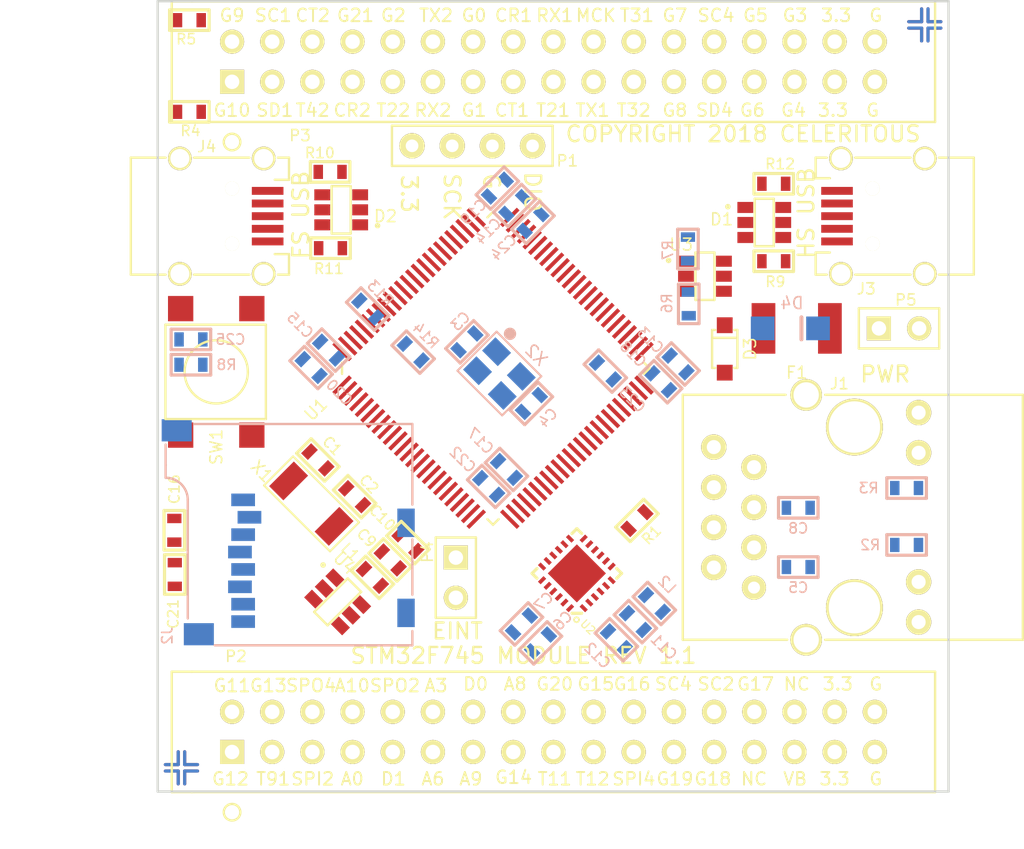
<source format=kicad_pcb>
(kicad_pcb (version 4) (host pcbnew 4.0.7)
  (layers (0 F.Cu signal) (1 +3.3V power hide) (2 GND power hide) (31 B.Cu signal) (34 B.Paste user) (35 F.Paste user) (36 B.SilkS user) (37 F.SilkS user) (38 B.Mask user) (39 F.Mask user) (44 Edge.Cuts user))
  (net 0 "")
  (net 1 /OSC32IN)
  (net 2 GND)
  (net 3 /OSC32OUT)
  (net 4 /OSCHSIN)
  (net 5 /OSCHSOUT)
  (net 6 /USB_HS_DM)
  (net 7 /USB_HS_DP)
  (net 8 "Net-(D1-Pad4)")
  (net 9 "Net-(D1-Pad6)")
  (net 10 /USB_FS_DM)
  (net 11 /USB_FS_DP)
  (net 12 "Net-(D2-Pad4)")
  (net 13 "Net-(D2-Pad6)")
  (net 14 /SDMMC_D1)
  (net 15 /SDMMC_D0)
  (net 16 /SDMMC_CK)
  (net 17 /SDMMC_CMD)
  (net 18 /SDMMC_D3)
  (net 19 /SDMMC_D2)
  (net 20 /JTAG_SWDIO)
  (net 21 /JTAG_SWCLK)
  (net 22 /GPIO_11)
  (net 23 /GPIO_12)
  (net 24 /GPIO_13)
  (net 25 /TIM9_CH1)
  (net 26 /SPI4_MOSI)
  (net 27 /ADC_10)
  (net 28 /SPI2_MISO)
  (net 29 /SPI2_MOSI)
  (net 30 /ADC_0)
  (net 31 /ADC_3)
  (net 32 /DAC_1)
  (net 33 /DAC_0)
  (net 34 /ADC_6)
  (net 35 /ADC_8)
  (net 36 /ADC_9)
  (net 37 /GPIO_20)
  (net 38 /GPIO_14)
  (net 39 /GPIO_15)
  (net 40 /TIM1_CH1)
  (net 41 /GPIO_16)
  (net 42 /TIM1_CH2)
  (net 43 /GPIO_17)
  (net 44 /SPI4_MISO)
  (net 45 /GPIO_18)
  (net 46 /GPIO_19)
  (net 47 /SPI2_SCK)
  (net 48 /GPIO_9)
  (net 49 /GPIO_10)
  (net 50 /I2C1_SCL)
  (net 51 /I2C1_SDA)
  (net 52 /CAN2_TX)
  (net 53 /TIM4_CH2)
  (net 54 /GPIO_21)
  (net 55 /CAN2_RX)
  (net 56 /GPIO_2)
  (net 57 /TIM2_CH2)
  (net 58 /USART2_TX)
  (net 59 /USART2_RX)
  (net 60 /GPIO_0)
  (net 61 /GPIO_1)
  (net 62 /CAN1_RX)
  (net 63 /CAN1_TX)
  (net 64 /USART1_RX)
  (net 65 /TIM2_CH1)
  (net 66 /MCLKOUT)
  (net 67 /USART1_TX)
  (net 68 /TIM3_CH1)
  (net 69 /TIM3_CH2)
  (net 70 /GPIO_7)
  (net 71 /GPIO_8)
  (net 72 /I2C4_SCL)
  (net 73 /I2C4_SDA)
  (net 74 /GPIO_5)
  (net 75 /GPIO_6)
  (net 76 /GPIO_3)
  (net 77 /GPIO_4)
  (net 78 /ETH_MDC)
  (net 79 /ETH_REF_CLK)
  (net 80 /ETH_MDIO)
  (net 81 /ETH_CRS_DV)
  (net 82 /ETH_RXD0)
  (net 83 /ETH_RXD1)
  (net 84 /ETH_TXD0)
  (net 85 /ETH_TXD1)
  (net 86 "Net-(J1-Pad9)")
  (net 87 "Net-(J1-Pad11)")
  (net 88 /VBATT)
  (net 89 /+3.3VANA)
  (net 90 /VCAP1)
  (net 91 /VCAP2)
  (net 92 /ETH_RXM)
  (net 93 /ETH_RXP)
  (net 94 /ETH_TXM)
  (net 95 /ETH_TXP)
  (net 96 /ETH_TXC)
  (net 97 "Net-(C6-Pad1)")
  (net 98 /ETH_RXC)
  (net 99 /+3.3VETH)
  (net 100 +3.3V)
  (net 101 "Net-(F1-Pad2)")
  (net 102 /+3.3VEXT)
  (net 103 /ETH_INT)
  (net 104 "Net-(R1-Pad2)")
  (net 105 /ETH_LED)
  (net 106 /+3.0VREF)
  (net 107 /MCU_RST)
  (net 108 "Net-(C25-Pad1)")
  (net 109 "Net-(J3-Pad1)")
  (net 110 "Net-(J4-Pad1)")
  (net 111 /SPI4_SCK)
  (net 112 "Net-(J1-Pad7)")
  (net 113 "Net-(J3-Pad4)")
  (net 114 "Net-(J4-Pad4)")
  (net 115 "Net-(P2-Pad27)")
  (net 116 "Net-(P2-Pad30)")
  (net 117 /BOOT0)
  (net 118 /ETH_TX_EN)
  (net 119 "Net-(U2-Pad7)")
  (net 120 "Net-(U2-Pad17)")
  (net 121 /ETH_TXEN)
  (module KiCad:P0603 (layer F.Cu) (at 65.125 135.025 315)
    (fp_text reference C1 (at 0 -1.272792 315) (layer F.SilkS) (effects (font (size 0.65 0.65) (thickness 0.0975))))
    (fp_text value 12pF hide)
    (pad 1 smd rect (at -0.75 0 315) (size 0.6 0.9) (layers F.Cu F.Paste F.Mask) (net 1 /OSC32IN))
    (pad 2 smd rect (at 0.75 0 315) (size 0.6 0.9) (layers F.Cu F.Paste F.Mask) (net 2 GND))
  )
  (module KiCad:P0603 (layer F.Cu) (at 67.45 137.35 135)
    (fp_text reference C2 (at -0.070711 1.202082 135) (layer F.SilkS) (effects (font (size 0.65 0.65) (thickness 0.0975))))
    (fp_text value 12pF hide)
    (pad 1 smd rect (at -0.75 0 135) (size 0.6 0.9) (layers F.Cu F.Paste F.Mask) (net 3 /OSC32OUT))
    (pad 2 smd rect (at 0.75 0 135) (size 0.6 0.9) (layers F.Cu F.Paste F.Mask) (net 2 GND))
  )
  (module KiCad:P0603 (layer B.Cu) (at 74.55 127.55 225)
    (fp_text reference C3 (at -0.636396 1.202082 225) (layer B.SilkS) (effects (font (size 0.65 0.65) (thickness 0.0975)) (justify mirror)))
    (fp_text value 12pF hide)
    (pad 1 smd rect (at -0.75 0 225) (size 0.6 0.9) (layers B.Cu B.Paste B.Mask) (net 4 /OSCHSIN))
    (pad 2 smd rect (at 0.75 0 225) (size 0.6 0.9) (layers B.Cu B.Paste B.Mask) (net 2 GND))
  )
  (module KiCad:P0603 (layer B.Cu) (at 78.625 131.45 45)
    (fp_text reference C4 (at 0.106066 1.378858 45) (layer B.SilkS) (effects (font (size 0.65 0.65) (thickness 0.0975)) (justify mirror)))
    (fp_text value 12pF hide)
    (pad 1 smd rect (at -0.75 0 45) (size 0.6 0.9) (layers B.Cu B.Paste B.Mask) (net 5 /OSCHSOUT))
    (pad 2 smd rect (at 0.75 0 45) (size 0.6 0.9) (layers B.Cu B.Paste B.Mask) (net 2 GND))
  )
  (module KiCad:SOT23-6 (layer F.Cu) (at 94.55 120 270)
    (fp_text reference D1 (at -0.2 3.9 360) (layer F.SilkS) (effects (font (size 0.75 0.75) (thickness 0.1))))
    (fp_text value USBLC6-2 hide)
    (pad 1 smd rect (at -0.95 2.4 270) (size 0.7 1) (layers F.Cu F.Paste F.Mask) (net 7 /USB_HS_DP))
    (pad 2 smd rect (at 0 2.4 270) (size 0.7 1) (layers F.Cu F.Paste F.Mask) (net 2 GND))
    (pad 3 smd rect (at 0.95 2.4 270) (size 0.7 1) (layers F.Cu F.Paste F.Mask) (net 6 /USB_HS_DM))
    (pad 4 smd rect (at 0.95 0 270) (size 0.7 1) (layers F.Cu F.Paste F.Mask) (net 8 "Net-(D1-Pad4)"))
    (pad 5 smd rect (at 0 0 270) (size 0.7 1) (layers F.Cu F.Paste F.Mask) (net 100 +3.3V))
    (pad 6 smd rect (at -0.95 0 270) (size 0.7 1) (layers F.Cu F.Paste F.Mask) (net 9 "Net-(D1-Pad6)"))
  )
  (module KiCad:SOT23-6 (layer F.Cu) (at 65.4 119.2 90)
    (fp_text reference D2 (at -0.4 4 180) (layer F.SilkS) (effects (font (size 0.75 0.75) (thickness 0.1))))
    (fp_text value USBLC6-2 hide)
    (pad 1 smd rect (at -0.95 2.4 90) (size 0.7 1) (layers F.Cu F.Paste F.Mask) (net 11 /USB_FS_DP))
    (pad 2 smd rect (at 0 2.4 90) (size 0.7 1) (layers F.Cu F.Paste F.Mask) (net 2 GND))
    (pad 3 smd rect (at 0.95 2.4 90) (size 0.7 1) (layers F.Cu F.Paste F.Mask) (net 10 /USB_FS_DM))
    (pad 4 smd rect (at 0.95 0 90) (size 0.7 1) (layers F.Cu F.Paste F.Mask) (net 12 "Net-(D2-Pad4)"))
    (pad 5 smd rect (at 0 0 90) (size 0.7 1) (layers F.Cu F.Paste F.Mask) (net 100 +3.3V))
    (pad 6 smd rect (at -0.95 0 90) (size 0.7 1) (layers F.Cu F.Paste F.Mask) (net 13 "Net-(D2-Pad6)"))
  )
  (module KiCad:CONNECTOR_ETHERNET_SI60062 (layer F.Cu) (at 92.7 143.1 90)
    (fp_text reference J1 (at 12.9 5.4 360) (layer F.SilkS) (effects (font (size 0.7 0.7) (thickness 0.1))))
    (fp_text value CONNECTOR_RJ45_SI-60062 hide)
    (pad 1 thru_hole circle (at 0 0 90) (size 1.524 1.524) (drill 0.762) (layers *.Cu *.Mask F.SilkS) (net 95 /ETH_TXP))
    (pad 2 thru_hole circle (at 1.27 -2.54 90) (size 1.6 1.6) (drill 0.89) (layers *.Cu *.Mask F.SilkS) (net 96 /ETH_TXC))
    (pad 3 thru_hole circle (at 2.54 0 90) (size 1.6 1.6) (drill 0.89) (layers *.Cu *.Mask F.SilkS) (net 94 /ETH_TXM))
    (pad 4 thru_hole circle (at 3.81 -2.54 90) (size 1.6 1.6) (drill 0.89) (layers *.Cu *.Mask F.SilkS) (net 93 /ETH_RXP))
    (pad 5 thru_hole circle (at 5.08 0 90) (size 1.6 1.6) (drill 0.89) (layers *.Cu *.Mask F.SilkS) (net 98 /ETH_RXC))
    (pad 6 thru_hole circle (at 6.35 -2.54 90) (size 1.6 1.6) (drill 0.89) (layers *.Cu *.Mask F.SilkS) (net 92 /ETH_RXM))
    (pad 7 thru_hole circle (at 7.62 0 90) (size 1.6 1.6) (drill 0.89) (layers *.Cu *.Mask F.SilkS) (net 112 "Net-(J1-Pad7)"))
    (pad 8 thru_hole circle (at 8.89 -2.54 90) (size 1.6 1.6) (drill 0.89) (layers *.Cu *.Mask F.SilkS) (net 2 GND))
    (pad 9 thru_hole circle (at -2.18 10.41 90) (size 1.6 1.6) (drill 0.89) (layers *.Cu *.Mask F.SilkS) (net 86 "Net-(J1-Pad9)"))
    (pad 10 thru_hole circle (at 0.36 10.41 90) (size 1.6 1.6) (drill 0.89) (layers *.Cu *.Mask F.SilkS) (net 100 +3.3V))
    (pad 11 thru_hole circle (at 8.53 10.41 90) (size 1.6 1.6) (drill 0.89) (layers *.Cu *.Mask F.SilkS) (net 87 "Net-(J1-Pad11)"))
    (pad 12 thru_hole circle (at 11.07 10.41 90) (size 1.6 1.6) (drill 0.89) (layers *.Cu *.Mask F.SilkS) (net 100 +3.3V))
    (pad 13 thru_hole circle (at -1.27 6.35 90) (size 3.6 3.6) (drill 3.25) (layers *.Cu *.Mask F.SilkS))
    (pad 14 thru_hole circle (at 10.16 6.35 90) (size 3.6 3.6) (drill 3.25) (layers *.Cu *.Mask F.SilkS))
    (pad 15 thru_hole circle (at -3.3 3.3 90) (size 2 2) (drill 1.6) (layers *.Cu *.Mask F.SilkS))
    (pad 16 thru_hole circle (at 12.19 3.3 90) (size 2 2) (drill 1.6) (layers *.Cu *.Mask F.SilkS))
  )
  (module KiCad:CONN_USB_UX60-MB (layer F.Cu) (at 98 119.6 90)
    (fp_text reference J3 (at -4.6 1.8 360) (layer F.SilkS) (effects (font (size 0.7 0.7) (thickness 0.1))))
    (fp_text value USB_MINI_B_SMD hide)
    (pad 3 smd rect (at 0 -0.05 90) (size 0.5 2) (layers F.Cu F.Paste F.Mask) (net 9 "Net-(D1-Pad6)"))
    (pad 4 smd rect (at 0.8 -0.05 90) (size 0.5 2) (layers F.Cu F.Paste F.Mask) (net 113 "Net-(J3-Pad4)"))
    (pad 5 smd rect (at 1.6 -0.05 90) (size 0.5 2) (layers F.Cu F.Paste F.Mask) (net 2 GND))
    (pad 1 smd rect (at -1.6 -0.05 90) (size 0.5 2) (layers F.Cu F.Paste F.Mask) (net 109 "Net-(J3-Pad1)"))
    (pad 2 smd rect (at -0.8 -0.05 90) (size 0.5 2) (layers F.Cu F.Paste F.Mask) (net 8 "Net-(D1-Pad4)"))
    (pad "" np_thru_hole circle (at -1.75 2.2 90) (size 0.9 0.9) (drill 0.9) (layers *.Cu *.Mask F.SilkS))
    (pad "" np_thru_hole circle (at 1.75 2.2 90) (size 0.9 0.9) (drill 0.9) (layers *.Cu *.Mask F.SilkS))
    (pad 6 thru_hole circle (at -3.65 0.2 90) (size 1.5 1.5) (drill 1.2) (layers *.Cu *.Mask F.SilkS) (net 2 GND))
    (pad 7 thru_hole circle (at 3.65 0.2 90) (size 1.5 1.5) (drill 1.2) (layers *.Cu *.Mask F.SilkS) (net 2 GND))
    (pad 8 thru_hole circle (at -3.65 5.5 90) (size 1.5 1.5) (drill 1.2) (layers *.Cu *.Mask F.SilkS) (net 2 GND))
    (pad 9 thru_hole circle (at 3.65 5.5 90) (size 1.5 1.5) (drill 1.2) (layers *.Cu *.Mask F.SilkS) (net 2 GND))
  )
  (module KiCad:CONN_USB_UX60-MB (layer F.Cu) (at 61.9 119.6 270)
    (fp_text reference J4 (at -4.4 3.8 360) (layer F.SilkS) (effects (font (size 0.7 0.7) (thickness 0.1))))
    (fp_text value USB_MINI_B_SMD hide)
    (pad 3 smd rect (at 0 -0.05 270) (size 0.5 2) (layers F.Cu F.Paste F.Mask) (net 13 "Net-(D2-Pad6)"))
    (pad 4 smd rect (at 0.8 -0.05 270) (size 0.5 2) (layers F.Cu F.Paste F.Mask) (net 114 "Net-(J4-Pad4)"))
    (pad 5 smd rect (at 1.6 -0.05 270) (size 0.5 2) (layers F.Cu F.Paste F.Mask) (net 2 GND))
    (pad 1 smd rect (at -1.6 -0.05 270) (size 0.5 2) (layers F.Cu F.Paste F.Mask) (net 110 "Net-(J4-Pad1)"))
    (pad 2 smd rect (at -0.8 -0.05 270) (size 0.5 2) (layers F.Cu F.Paste F.Mask) (net 12 "Net-(D2-Pad4)"))
    (pad "" np_thru_hole circle (at -1.75 2.2 270) (size 0.9 0.9) (drill 0.9) (layers *.Cu *.Mask F.SilkS))
    (pad "" np_thru_hole circle (at 1.75 2.2 270) (size 0.9 0.9) (drill 0.9) (layers *.Cu *.Mask F.SilkS))
    (pad 6 thru_hole circle (at -3.65 0.2 270) (size 1.5 1.5) (drill 1.2) (layers *.Cu *.Mask F.SilkS) (net 2 GND))
    (pad 7 thru_hole circle (at 3.65 0.2 270) (size 1.5 1.5) (drill 1.2) (layers *.Cu *.Mask F.SilkS) (net 2 GND))
    (pad 8 thru_hole circle (at -3.65 5.5 270) (size 1.5 1.5) (drill 1.2) (layers *.Cu *.Mask F.SilkS) (net 2 GND))
    (pad 9 thru_hole circle (at 3.65 5.5 270) (size 1.5 1.5) (drill 1.2) (layers *.Cu *.Mask F.SilkS) (net 2 GND))
  )
  (module KiCad:QFP_100_14X14_0.5 (layer F.Cu) (at 76.2 129.225 45)
    (fp_text reference U1 (at -9.758074 -6.081118 45) (layer F.SilkS) (effects (font (size 0.75 0.75) (thickness 0.1))))
    (fp_text value STM32F745VE hide)
    (pad 1 smd rect (at -7.5 -6 135) (size 0.25 1.5) (layers F.Cu F.Paste F.Mask) (net 22 /GPIO_11))
    (pad 2 smd rect (at -7.5 -5.5 135) (size 0.25 1.5) (layers F.Cu F.Paste F.Mask) (net 23 /GPIO_12))
    (pad 3 smd rect (at -7.5 -5 135) (size 0.25 1.5) (layers F.Cu F.Paste F.Mask) (net 24 /GPIO_13))
    (pad 4 smd rect (at -7.5 -4.5 135) (size 0.25 1.5) (layers F.Cu F.Paste F.Mask) (net 25 /TIM9_CH1))
    (pad 5 smd rect (at -7.5 -4 135) (size 0.25 1.5) (layers F.Cu F.Paste F.Mask) (net 26 /SPI4_MOSI))
    (pad 6 smd rect (at -7.5 -3.5 135) (size 0.25 1.5) (layers F.Cu F.Paste F.Mask) (net 88 /VBATT))
    (pad 7 smd rect (at -7.5 -3 135) (size 0.25 1.5) (layers F.Cu F.Paste F.Mask) (net 54 /GPIO_21))
    (pad 8 smd rect (at -7.5 -2.5 135) (size 0.25 1.5) (layers F.Cu F.Paste F.Mask) (net 1 /OSC32IN))
    (pad 9 smd rect (at -7.5 -2 135) (size 0.25 1.5) (layers F.Cu F.Paste F.Mask) (net 3 /OSC32OUT))
    (pad 10 smd rect (at -7.5 -1.5 135) (size 0.25 1.5) (layers F.Cu F.Paste F.Mask) (net 2 GND))
    (pad 11 smd rect (at -7.5 -1 135) (size 0.25 1.5) (layers F.Cu F.Paste F.Mask) (net 100 +3.3V))
    (pad 12 smd rect (at -7.5 -0.5 135) (size 0.25 1.5) (layers F.Cu F.Paste F.Mask) (net 4 /OSCHSIN))
    (pad 13 smd rect (at -7.5 0 135) (size 0.25 1.5) (layers F.Cu F.Paste F.Mask) (net 5 /OSCHSOUT))
    (pad 14 smd rect (at -7.5 0.5 135) (size 0.25 1.5) (layers F.Cu F.Paste F.Mask) (net 107 /MCU_RST))
    (pad 15 smd rect (at -7.5 1 135) (size 0.25 1.5) (layers F.Cu F.Paste F.Mask) (net 27 /ADC_10))
    (pad 16 smd rect (at -7.5 1.5 135) (size 0.25 1.5) (layers F.Cu F.Paste F.Mask) (net 78 /ETH_MDC))
    (pad 17 smd rect (at -7.5 2 135) (size 0.25 1.5) (layers F.Cu F.Paste F.Mask) (net 28 /SPI2_MISO))
    (pad 18 smd rect (at -7.5 2.5 135) (size 0.25 1.5) (layers F.Cu F.Paste F.Mask) (net 29 /SPI2_MOSI))
    (pad 19 smd rect (at -7.5 3 135) (size 0.25 1.5) (layers F.Cu F.Paste F.Mask) (net 2 GND))
    (pad 20 smd rect (at -7.5 3.5 135) (size 0.25 1.5) (layers F.Cu F.Paste F.Mask) (net 106 /+3.0VREF))
    (pad 21 smd rect (at -7.5 4 135) (size 0.25 1.5) (layers F.Cu F.Paste F.Mask) (net 89 /+3.3VANA))
    (pad 22 smd rect (at -7.5 4.5 135) (size 0.25 1.5) (layers F.Cu F.Paste F.Mask) (net 30 /ADC_0))
    (pad 23 smd rect (at -7.5 5 135) (size 0.25 1.5) (layers F.Cu F.Paste F.Mask) (net 79 /ETH_REF_CLK))
    (pad 24 smd rect (at -7.5 5.5 135) (size 0.25 1.5) (layers F.Cu F.Paste F.Mask) (net 80 /ETH_MDIO))
    (pad 25 smd rect (at -7.5 6 135) (size 0.25 1.5) (layers F.Cu F.Paste F.Mask) (net 31 /ADC_3))
    (pad 26 smd rect (at -6 7.5 45) (size 0.25 1.5) (layers F.Cu F.Paste F.Mask) (net 2 GND))
    (pad 27 smd rect (at -5.5 7.5 45) (size 0.25 1.5) (layers F.Cu F.Paste F.Mask) (net 100 +3.3V))
    (pad 28 smd rect (at -5 7.5 45) (size 0.25 1.5) (layers F.Cu F.Paste F.Mask) (net 32 /DAC_1))
    (pad 29 smd rect (at -4.5 7.5 45) (size 0.25 1.5) (layers F.Cu F.Paste F.Mask) (net 33 /DAC_0))
    (pad 30 smd rect (at -4 7.5 45) (size 0.25 1.5) (layers F.Cu F.Paste F.Mask) (net 34 /ADC_6))
    (pad 31 smd rect (at -3.5 7.5 45) (size 0.25 1.5) (layers F.Cu F.Paste F.Mask) (net 81 /ETH_CRS_DV))
    (pad 32 smd rect (at -3 7.5 45) (size 0.25 1.5) (layers F.Cu F.Paste F.Mask) (net 82 /ETH_RXD0))
    (pad 33 smd rect (at -2.5 7.5 45) (size 0.25 1.5) (layers F.Cu F.Paste F.Mask) (net 83 /ETH_RXD1))
    (pad 34 smd rect (at -2 7.5 45) (size 0.25 1.5) (layers F.Cu F.Paste F.Mask) (net 35 /ADC_8))
    (pad 35 smd rect (at -1.5 7.5 45) (size 0.25 1.5) (layers F.Cu F.Paste F.Mask) (net 36 /ADC_9))
    (pad 36 smd rect (at -1 7.5 45) (size 0.25 1.5) (layers F.Cu F.Paste F.Mask) (net 46 /GPIO_19))
    (pad 37 smd rect (at -0.5 7.5 45) (size 0.25 1.5) (layers F.Cu F.Paste F.Mask) (net 38 /GPIO_14))
    (pad 38 smd rect (at 0 7.5 45) (size 0.25 1.5) (layers F.Cu F.Paste F.Mask) (net 39 /GPIO_15))
    (pad 39 smd rect (at 0.5 7.5 45) (size 0.25 1.5) (layers F.Cu F.Paste F.Mask) (net 40 /TIM1_CH1))
    (pad 40 smd rect (at 1 7.5 45) (size 0.25 1.5) (layers F.Cu F.Paste F.Mask) (net 41 /GPIO_16))
    (pad 41 smd rect (at 1.5 7.5 45) (size 0.25 1.5) (layers F.Cu F.Paste F.Mask) (net 42 /TIM1_CH2))
    (pad 42 smd rect (at 2 7.5 45) (size 0.25 1.5) (layers F.Cu F.Paste F.Mask) (net 111 /SPI4_SCK))
    (pad 43 smd rect (at 2.5 7.5 45) (size 0.25 1.5) (layers F.Cu F.Paste F.Mask) (net 44 /SPI4_MISO))
    (pad 44 smd rect (at 3 7.5 45) (size 0.25 1.5) (layers F.Cu F.Paste F.Mask) (net 43 /GPIO_17))
    (pad 45 smd rect (at 3.5 7.5 45) (size 0.25 1.5) (layers F.Cu F.Paste F.Mask) (net 45 /GPIO_18))
    (pad 46 smd rect (at 4 7.5 45) (size 0.25 1.5) (layers F.Cu F.Paste F.Mask) (net 47 /SPI2_SCK))
    (pad 47 smd rect (at 4.5 7.5 45) (size 0.25 1.5) (layers F.Cu F.Paste F.Mask) (net 118 /ETH_TX_EN))
    (pad 48 smd rect (at 5 7.5 45) (size 0.25 1.5) (layers F.Cu F.Paste F.Mask) (net 90 /VCAP1))
    (pad 49 smd rect (at 5.5 7.5 45) (size 0.25 1.5) (layers F.Cu F.Paste F.Mask) (net 2 GND))
    (pad 50 smd rect (at 6 7.5 45) (size 0.25 1.5) (layers F.Cu F.Paste F.Mask) (net 100 +3.3V))
    (pad 51 smd rect (at 7.5 6 135) (size 0.25 1.5) (layers F.Cu F.Paste F.Mask) (net 84 /ETH_TXD0))
    (pad 52 smd rect (at 7.5 5.5 135) (size 0.25 1.5) (layers F.Cu F.Paste F.Mask) (net 85 /ETH_TXD1))
    (pad 53 smd rect (at 7.5 5 135) (size 0.25 1.5) (layers F.Cu F.Paste F.Mask) (net 6 /USB_HS_DM))
    (pad 54 smd rect (at 7.5 4.5 135) (size 0.25 1.5) (layers F.Cu F.Paste F.Mask) (net 7 /USB_HS_DP))
    (pad 55 smd rect (at 7.5 4 135) (size 0.25 1.5) (layers F.Cu F.Paste F.Mask) (net 76 /GPIO_3))
    (pad 56 smd rect (at 7.5 3.5 135) (size 0.25 1.5) (layers F.Cu F.Paste F.Mask) (net 77 /GPIO_4))
    (pad 57 smd rect (at 7.5 3 135) (size 0.25 1.5) (layers F.Cu F.Paste F.Mask) (net 74 /GPIO_5))
    (pad 58 smd rect (at 7.5 2.5 135) (size 0.25 1.5) (layers F.Cu F.Paste F.Mask) (net 75 /GPIO_6))
    (pad 59 smd rect (at 7.5 2 135) (size 0.25 1.5) (layers F.Cu F.Paste F.Mask) (net 72 /I2C4_SCL))
    (pad 60 smd rect (at 7.5 1.5 135) (size 0.25 1.5) (layers F.Cu F.Paste F.Mask) (net 73 /I2C4_SDA))
    (pad 61 smd rect (at 7.5 1 135) (size 0.25 1.5) (layers F.Cu F.Paste F.Mask) (net 70 /GPIO_7))
    (pad 62 smd rect (at 7.5 0.5 135) (size 0.25 1.5) (layers F.Cu F.Paste F.Mask) (net 71 /GPIO_8))
    (pad 63 smd rect (at 7.5 0 135) (size 0.25 1.5) (layers F.Cu F.Paste F.Mask) (net 68 /TIM3_CH1))
    (pad 64 smd rect (at 7.5 -0.5 135) (size 0.25 1.5) (layers F.Cu F.Paste F.Mask) (net 69 /TIM3_CH2))
    (pad 65 smd rect (at 7.5 -1 135) (size 0.25 1.5) (layers F.Cu F.Paste F.Mask) (net 15 /SDMMC_D0))
    (pad 66 smd rect (at 7.5 -1.5 135) (size 0.25 1.5) (layers F.Cu F.Paste F.Mask) (net 14 /SDMMC_D1))
    (pad 67 smd rect (at 7.5 -2 135) (size 0.25 1.5) (layers F.Cu F.Paste F.Mask) (net 66 /MCLKOUT))
    (pad 68 smd rect (at 7.5 -2.5 135) (size 0.25 1.5) (layers F.Cu F.Paste F.Mask) (net 67 /USART1_TX))
    (pad 69 smd rect (at 7.5 -3 135) (size 0.25 1.5) (layers F.Cu F.Paste F.Mask) (net 64 /USART1_RX))
    (pad 70 smd rect (at 7.5 -3.5 135) (size 0.25 1.5) (layers F.Cu F.Paste F.Mask) (net 10 /USB_FS_DM))
    (pad 71 smd rect (at 7.5 -4 135) (size 0.25 1.5) (layers F.Cu F.Paste F.Mask) (net 11 /USB_FS_DP))
    (pad 72 smd rect (at 7.5 -4.5 135) (size 0.25 1.5) (layers F.Cu F.Paste F.Mask) (net 20 /JTAG_SWDIO))
    (pad 73 smd rect (at 7.5 -5 135) (size 0.25 1.5) (layers F.Cu F.Paste F.Mask) (net 91 /VCAP2))
    (pad 74 smd rect (at 7.5 -5.5 135) (size 0.25 1.5) (layers F.Cu F.Paste F.Mask) (net 2 GND))
    (pad 75 smd rect (at 7.5 -6 135) (size 0.25 1.5) (layers F.Cu F.Paste F.Mask) (net 100 +3.3V))
    (pad 76 smd rect (at 6 -7.5 45) (size 0.25 1.5) (layers F.Cu F.Paste F.Mask) (net 21 /JTAG_SWCLK))
    (pad 77 smd rect (at 5.5 -7.5 45) (size 0.25 1.5) (layers F.Cu F.Paste F.Mask) (net 65 /TIM2_CH1))
    (pad 78 smd rect (at 5 -7.5 45) (size 0.25 1.5) (layers F.Cu F.Paste F.Mask) (net 19 /SDMMC_D2))
    (pad 79 smd rect (at 4.5 -7.5 45) (size 0.25 1.5) (layers F.Cu F.Paste F.Mask) (net 18 /SDMMC_D3))
    (pad 80 smd rect (at 4 -7.5 45) (size 0.25 1.5) (layers F.Cu F.Paste F.Mask) (net 16 /SDMMC_CK))
    (pad 81 smd rect (at 3.5 -7.5 45) (size 0.25 1.5) (layers F.Cu F.Paste F.Mask) (net 62 /CAN1_RX))
    (pad 82 smd rect (at 3 -7.5 45) (size 0.25 1.5) (layers F.Cu F.Paste F.Mask) (net 63 /CAN1_TX))
    (pad 83 smd rect (at 2.5 -7.5 45) (size 0.25 1.5) (layers F.Cu F.Paste F.Mask) (net 17 /SDMMC_CMD))
    (pad 84 smd rect (at 2 -7.5 45) (size 0.25 1.5) (layers F.Cu F.Paste F.Mask) (net 60 /GPIO_0))
    (pad 85 smd rect (at 1.5 -7.5 45) (size 0.25 1.5) (layers F.Cu F.Paste F.Mask) (net 61 /GPIO_1))
    (pad 86 smd rect (at 1 -7.5 45) (size 0.25 1.5) (layers F.Cu F.Paste F.Mask) (net 58 /USART2_TX))
    (pad 87 smd rect (at 0.5 -7.5 45) (size 0.25 1.5) (layers F.Cu F.Paste F.Mask) (net 59 /USART2_RX))
    (pad 88 smd rect (at 0 -7.5 45) (size 0.25 1.5) (layers F.Cu F.Paste F.Mask) (net 56 /GPIO_2))
    (pad 89 smd rect (at -0.5 -7.5 45) (size 0.25 1.5) (layers F.Cu F.Paste F.Mask) (net 57 /TIM2_CH2))
    (pad 90 smd rect (at -1 -7.5 45) (size 0.25 1.5) (layers F.Cu F.Paste F.Mask) (net 37 /GPIO_20))
    (pad 91 smd rect (at -1.5 -7.5 45) (size 0.25 1.5) (layers F.Cu F.Paste F.Mask) (net 55 /CAN2_RX))
    (pad 92 smd rect (at -2 -7.5 45) (size 0.25 1.5) (layers F.Cu F.Paste F.Mask) (net 52 /CAN2_TX))
    (pad 93 smd rect (at -2.5 -7.5 45) (size 0.25 1.5) (layers F.Cu F.Paste F.Mask) (net 53 /TIM4_CH2))
    (pad 94 smd rect (at -3 -7.5 45) (size 0.25 1.5) (layers F.Cu F.Paste F.Mask) (net 117 /BOOT0))
    (pad 95 smd rect (at -3.5 -7.5 45) (size 0.25 1.5) (layers F.Cu F.Paste F.Mask) (net 50 /I2C1_SCL))
    (pad 96 smd rect (at -4 -7.5 45) (size 0.25 1.5) (layers F.Cu F.Paste F.Mask) (net 51 /I2C1_SDA))
    (pad 97 smd rect (at -4.5 -7.5 45) (size 0.25 1.5) (layers F.Cu F.Paste F.Mask) (net 48 /GPIO_9))
    (pad 98 smd rect (at -5 -7.5 45) (size 0.25 1.5) (layers F.Cu F.Paste F.Mask) (net 49 /GPIO_10))
    (pad 99 smd rect (at -5.5 -7.5 45) (size 0.25 1.5) (layers F.Cu F.Paste F.Mask) (net 2 GND))
    (pad 100 smd rect (at -6 -7.5 45) (size 0.25 1.5) (layers F.Cu F.Paste F.Mask) (net 100 +3.3V))
  )
  (module KiCad:QFN24_4X4mm_0.5mm_PWR (layer F.Cu) (at 81.5 142.2 135)
    (fp_text reference U2 (at -2.899138 -1.909188 135) (layer F.SilkS) (effects (font (size 0.5 0.5) (thickness 0.075))))
    (fp_text value KSZ8081RNA hide)
    (fp_text user ○ (at -2.06 -2.06 135) (layer F.SilkS) (effects (font (size 0.4 0.4) (thickness 0.1))))
    (pad 1 smd rect (at -1.86 -1.25 135) (size 0.5 0.24) (layers F.Cu F.Paste F.Mask) (net 97 "Net-(C6-Pad1)"))
    (pad 2 smd rect (at -1.86 -0.75 135) (size 0.5 0.24) (layers F.Cu F.Paste F.Mask) (net 99 /+3.3VETH))
    (pad 3 smd rect (at -1.86 -0.25 135) (size 0.5 0.24) (layers F.Cu F.Paste F.Mask) (net 92 /ETH_RXM))
    (pad 4 smd rect (at -1.86 0.25 135) (size 0.5 0.24) (layers F.Cu F.Paste F.Mask) (net 93 /ETH_RXP))
    (pad 5 smd rect (at -1.86 0.75 135) (size 0.5 0.24) (layers F.Cu F.Paste F.Mask) (net 94 /ETH_TXM))
    (pad 6 smd rect (at -1.86 1.25 135) (size 0.5 0.24) (layers F.Cu F.Paste F.Mask) (net 95 /ETH_TXP))
    (pad 7 smd rect (at -1.25 1.86 225) (size 0.5 0.24) (layers F.Cu F.Paste F.Mask) (net 119 "Net-(U2-Pad7)"))
    (pad 8 smd rect (at -0.75 1.86 225) (size 0.5 0.24) (layers F.Cu F.Paste F.Mask) (net 66 /MCLKOUT))
    (pad 9 smd rect (at -0.25 1.86 225) (size 0.5 0.24) (layers F.Cu F.Paste F.Mask) (net 104 "Net-(R1-Pad2)"))
    (pad 10 smd rect (at 0.25 1.86 225) (size 0.5 0.24) (layers F.Cu F.Paste F.Mask) (net 80 /ETH_MDIO))
    (pad 11 smd rect (at 0.75 1.86 225) (size 0.5 0.24) (layers F.Cu F.Paste F.Mask) (net 78 /ETH_MDC))
    (pad 12 smd rect (at 1.25 1.86 225) (size 0.5 0.24) (layers F.Cu F.Paste F.Mask) (net 83 /ETH_RXD1))
    (pad 13 smd rect (at 1.86 1.25 135) (size 0.5 0.24) (layers F.Cu F.Paste F.Mask) (net 82 /ETH_RXD0))
    (pad 14 smd rect (at 1.86 0.75 135) (size 0.5 0.24) (layers F.Cu F.Paste F.Mask) (net 100 +3.3V))
    (pad 15 smd rect (at 1.86 0.25 135) (size 0.5 0.24) (layers F.Cu F.Paste F.Mask) (net 81 /ETH_CRS_DV))
    (pad 16 smd rect (at 1.86 -0.25 135) (size 0.5 0.24) (layers F.Cu F.Paste F.Mask) (net 79 /ETH_REF_CLK))
    (pad 17 smd rect (at 1.86 -0.75 135) (size 0.5 0.24) (layers F.Cu F.Paste F.Mask) (net 120 "Net-(U2-Pad17)"))
    (pad 18 smd rect (at 1.86 -1.25 135) (size 0.5 0.24) (layers F.Cu F.Paste F.Mask) (net 103 /ETH_INT))
    (pad 19 smd rect (at 1.25 -1.86 225) (size 0.5 0.24) (layers F.Cu F.Paste F.Mask) (net 121 /ETH_TXEN))
    (pad 20 smd rect (at 0.75 -1.86 225) (size 0.5 0.24) (layers F.Cu F.Paste F.Mask) (net 84 /ETH_TXD0))
    (pad 21 smd rect (at 0.25 -1.86 225) (size 0.5 0.24) (layers F.Cu F.Paste F.Mask) (net 85 /ETH_TXD1))
    (pad 22 smd rect (at -0.25 -1.86 225) (size 0.5 0.24) (layers F.Cu F.Paste F.Mask) (net 2 GND))
    (pad 23 smd rect (at -0.75 -1.86 225) (size 0.5 0.24) (layers F.Cu F.Paste F.Mask) (net 105 /ETH_LED))
    (pad 24 smd rect (at -1.25 -1.86 225) (size 0.5 0.24) (layers F.Cu F.Paste F.Mask) (net 107 /MCU_RST))
    (pad 25 smd rect (at 0 0 225) (size 2.6 2.6) (layers F.Cu F.Paste F.Mask) (net 2 GND))
  )
  (module KiCad:SOT23-6 (layer F.Cu) (at 90.8 123.4 270)
    (fp_text reference U3 (at -2 2.7 360) (layer F.SilkS) (effects (font (size 0.75 0.75) (thickness 0.1))))
    (fp_text value 24AA02E64OT hide)
    (pad 1 smd rect (at -0.95 2.4 270) (size 0.7 1) (layers F.Cu F.Paste F.Mask) (net 72 /I2C4_SCL))
    (pad 2 smd rect (at 0 2.4 270) (size 0.7 1) (layers F.Cu F.Paste F.Mask) (net 2 GND))
    (pad 3 smd rect (at 0.95 2.4 270) (size 0.7 1) (layers F.Cu F.Paste F.Mask) (net 73 /I2C4_SDA))
    (pad 4 smd rect (at 0.95 0 270) (size 0.7 1) (layers F.Cu F.Paste F.Mask) (net 2 GND))
    (pad 5 smd rect (at 0 0 270) (size 0.7 1) (layers F.Cu F.Paste F.Mask) (net 2 GND))
    (pad 6 smd rect (at -0.95 0 270) (size 0.7 1) (layers F.Cu F.Paste F.Mask) (net 100 +3.3V))
  )
  (module KiCad:XTAL_1.8X4.9mm (layer F.Cu) (at 63.275 136.35 315)
    (fp_text reference X1 (at -1.626346 0.777817 495) (layer F.SilkS) (effects (font (size 0.75 0.75) (thickness 0.1))))
    (fp_text value ABS10-32.768kHz hide)
    (pad 1 smd rect (at 0 0 315) (size 1.27 2.2098) (layers F.Cu F.Paste F.Mask) (net 1 /OSC32IN))
    (pad 2 smd rect (at 4.064 0 315) (size 1.27 2.2098) (layers F.Cu F.Paste F.Mask) (net 3 /OSC32OUT))
  )
  (module KiCad:XTAL_3.2X2.5 (layer B.Cu) (at 76.425 128.175 315)
    (fp_text reference X2 (at 1.909188 -1.626346 315) (layer B.SilkS) (effects (font (size 0.75 0.75) (thickness 0.1)) (justify mirror)))
    (fp_text value ABM8G-12.00MHz hide)
    (pad 1 smd rect (at 0 0 315) (size 1.397 1.1938) (layers B.Cu B.Paste B.Mask) (net 4 /OSCHSIN))
    (pad 2 smd rect (at 2.2098 0 315) (size 1.397 1.1938) (layers B.Cu B.Paste B.Mask) (net 2 GND))
    (pad 3 smd rect (at 2.2098 1.7018 315) (size 1.397 1.1938) (layers B.Cu B.Paste B.Mask) (net 5 /OSCHSOUT))
    (pad 4 smd rect (at 0 1.7018 315) (size 1.397 1.1938) (layers B.Cu B.Paste B.Mask) (net 2 GND))
  )
  (module KiCad:Header_2x17_Shrouded_100mil (layer F.Cu) (at 59.7 153.5)
    (fp_text reference P2 (at 0.25 -6.05) (layer F.SilkS) (effects (font (size 0.7 0.7) (thickness 0.1))))
    (fp_text value Header_2x17 hide)
    (pad 2 thru_hole circle (at 0 -2.54) (size 1.524 1.524) (drill 0.9144) (layers *.Cu *.Mask F.SilkS) (net 22 /GPIO_11))
    (pad 1 thru_hole rect (at 0 0) (size 1.524 1.524) (drill 0.9144) (layers *.Cu *.Mask F.SilkS) (net 23 /GPIO_12))
    (pad 4 thru_hole circle (at 2.54 -2.54) (size 1.524 1.524) (drill 0.9144) (layers *.Cu *.Mask F.SilkS) (net 24 /GPIO_13))
    (pad 3 thru_hole circle (at 2.54 0) (size 1.524 1.524) (drill 0.9144) (layers *.Cu *.Mask F.SilkS) (net 25 /TIM9_CH1))
    (pad 6 thru_hole circle (at 5.08 -2.54) (size 1.524 1.524) (drill 0.9144) (layers *.Cu *.Mask F.SilkS) (net 26 /SPI4_MOSI))
    (pad 5 thru_hole circle (at 5.08 0) (size 1.524 1.524) (drill 0.9144) (layers *.Cu *.Mask F.SilkS) (net 28 /SPI2_MISO))
    (pad 8 thru_hole circle (at 7.62 -2.54) (size 1.524 1.524) (drill 0.9144) (layers *.Cu *.Mask F.SilkS) (net 27 /ADC_10))
    (pad 7 thru_hole circle (at 7.62 0) (size 1.524 1.524) (drill 0.9144) (layers *.Cu *.Mask F.SilkS) (net 30 /ADC_0))
    (pad 10 thru_hole circle (at 10.16 -2.54) (size 1.524 1.524) (drill 0.9144) (layers *.Cu *.Mask F.SilkS) (net 29 /SPI2_MOSI))
    (pad 9 thru_hole circle (at 10.16 0) (size 1.524 1.524) (drill 0.9144) (layers *.Cu *.Mask F.SilkS) (net 32 /DAC_1))
    (pad 12 thru_hole circle (at 12.7 -2.54) (size 1.524 1.524) (drill 0.9144) (layers *.Cu *.Mask F.SilkS) (net 31 /ADC_3))
    (pad 11 thru_hole circle (at 12.7 0) (size 1.524 1.524) (drill 0.9144) (layers *.Cu *.Mask F.SilkS) (net 34 /ADC_6))
    (pad 14 thru_hole circle (at 15.24 -2.54) (size 1.524 1.524) (drill 0.9144) (layers *.Cu *.Mask F.SilkS) (net 33 /DAC_0))
    (pad 13 thru_hole circle (at 15.24 0) (size 1.524 1.524) (drill 0.9144) (layers *.Cu *.Mask F.SilkS) (net 36 /ADC_9))
    (pad 16 thru_hole circle (at 17.78 -2.54) (size 1.524 1.524) (drill 0.9144) (layers *.Cu *.Mask F.SilkS) (net 35 /ADC_8))
    (pad 15 thru_hole circle (at 17.78 0) (size 1.524 1.524) (drill 0.9144) (layers *.Cu *.Mask F.SilkS) (net 38 /GPIO_14))
    (pad 18 thru_hole circle (at 20.32 -2.54) (size 1.524 1.524) (drill 0.9144) (layers *.Cu *.Mask F.SilkS) (net 37 /GPIO_20))
    (pad 17 thru_hole circle (at 20.32 0) (size 1.524 1.524) (drill 0.9144) (layers *.Cu *.Mask F.SilkS) (net 40 /TIM1_CH1))
    (pad 20 thru_hole circle (at 22.86 -2.54) (size 1.524 1.524) (drill 0.9144) (layers *.Cu *.Mask F.SilkS) (net 39 /GPIO_15))
    (pad 19 thru_hole circle (at 22.86 0) (size 1.524 1.524) (drill 0.9144) (layers *.Cu *.Mask F.SilkS) (net 42 /TIM1_CH2))
    (pad 22 thru_hole circle (at 25.4 -2.54) (size 1.524 1.524) (drill 0.9144) (layers *.Cu *.Mask F.SilkS) (net 41 /GPIO_16))
    (pad 21 thru_hole circle (at 25.4 0) (size 1.524 1.524) (drill 0.9144) (layers *.Cu *.Mask F.SilkS) (net 44 /SPI4_MISO))
    (pad 24 thru_hole circle (at 27.94 -2.54) (size 1.524 1.524) (drill 0.9144) (layers *.Cu *.Mask F.SilkS) (net 111 /SPI4_SCK))
    (pad 23 thru_hole circle (at 27.94 0) (size 1.524 1.524) (drill 0.9144) (layers *.Cu *.Mask F.SilkS) (net 46 /GPIO_19))
    (pad 26 thru_hole circle (at 30.48 -2.54) (size 1.524 1.524) (drill 0.9144) (layers *.Cu *.Mask F.SilkS) (net 47 /SPI2_SCK))
    (pad 25 thru_hole circle (at 30.48 0) (size 1.524 1.524) (drill 0.9144) (layers *.Cu *.Mask F.SilkS) (net 45 /GPIO_18))
    (pad 28 thru_hole circle (at 33.02 -2.54) (size 1.524 1.524) (drill 0.9144) (layers *.Cu *.Mask F.SilkS) (net 43 /GPIO_17))
    (pad 27 thru_hole circle (at 33.02 0) (size 1.524 1.524) (drill 0.9144) (layers *.Cu *.Mask F.SilkS) (net 115 "Net-(P2-Pad27)"))
    (pad 30 thru_hole circle (at 35.56 -2.54) (size 1.524 1.524) (drill 0.9144) (layers *.Cu *.Mask F.SilkS) (net 116 "Net-(P2-Pad30)"))
    (pad 29 thru_hole circle (at 35.56 0) (size 1.524 1.524) (drill 0.9144) (layers *.Cu *.Mask F.SilkS) (net 88 /VBATT))
    (pad 32 thru_hole circle (at 38.1 -2.54) (size 1.524 1.524) (drill 0.9144) (layers *.Cu *.Mask F.SilkS) (net 102 /+3.3VEXT))
    (pad 31 thru_hole circle (at 38.1 0) (size 1.524 1.524) (drill 0.9144) (layers *.Cu *.Mask F.SilkS) (net 102 /+3.3VEXT))
    (pad 34 thru_hole circle (at 40.64 -2.54) (size 1.524 1.524) (drill 0.9144) (layers *.Cu *.Mask F.SilkS) (net 2 GND))
    (pad 33 thru_hole circle (at 40.64 0) (size 1.524 1.524) (drill 0.9144) (layers *.Cu *.Mask F.SilkS) (net 2 GND))
  )
  (module KiCad:Header_2x17_Shrouded_100mil (layer F.Cu) (at 59.7 111.1)
    (fp_text reference P3 (at 4.3 3.4) (layer F.SilkS) (effects (font (size 0.7 0.7) (thickness 0.1))))
    (fp_text value Header_2x17 hide)
    (pad 2 thru_hole circle (at 0 -2.54) (size 1.524 1.524) (drill 0.9144) (layers *.Cu *.Mask F.SilkS) (net 48 /GPIO_9))
    (pad 1 thru_hole rect (at 0 0) (size 1.524 1.524) (drill 0.9144) (layers *.Cu *.Mask F.SilkS) (net 49 /GPIO_10))
    (pad 4 thru_hole circle (at 2.54 -2.54) (size 1.524 1.524) (drill 0.9144) (layers *.Cu *.Mask F.SilkS) (net 50 /I2C1_SCL))
    (pad 3 thru_hole circle (at 2.54 0) (size 1.524 1.524) (drill 0.9144) (layers *.Cu *.Mask F.SilkS) (net 51 /I2C1_SDA))
    (pad 6 thru_hole circle (at 5.08 -2.54) (size 1.524 1.524) (drill 0.9144) (layers *.Cu *.Mask F.SilkS) (net 52 /CAN2_TX))
    (pad 5 thru_hole circle (at 5.08 0) (size 1.524 1.524) (drill 0.9144) (layers *.Cu *.Mask F.SilkS) (net 53 /TIM4_CH2))
    (pad 8 thru_hole circle (at 7.62 -2.54) (size 1.524 1.524) (drill 0.9144) (layers *.Cu *.Mask F.SilkS) (net 54 /GPIO_21))
    (pad 7 thru_hole circle (at 7.62 0) (size 1.524 1.524) (drill 0.9144) (layers *.Cu *.Mask F.SilkS) (net 55 /CAN2_RX))
    (pad 10 thru_hole circle (at 10.16 -2.54) (size 1.524 1.524) (drill 0.9144) (layers *.Cu *.Mask F.SilkS) (net 56 /GPIO_2))
    (pad 9 thru_hole circle (at 10.16 0) (size 1.524 1.524) (drill 0.9144) (layers *.Cu *.Mask F.SilkS) (net 57 /TIM2_CH2))
    (pad 12 thru_hole circle (at 12.7 -2.54) (size 1.524 1.524) (drill 0.9144) (layers *.Cu *.Mask F.SilkS) (net 58 /USART2_TX))
    (pad 11 thru_hole circle (at 12.7 0) (size 1.524 1.524) (drill 0.9144) (layers *.Cu *.Mask F.SilkS) (net 59 /USART2_RX))
    (pad 14 thru_hole circle (at 15.24 -2.54) (size 1.524 1.524) (drill 0.9144) (layers *.Cu *.Mask F.SilkS) (net 60 /GPIO_0))
    (pad 13 thru_hole circle (at 15.24 0) (size 1.524 1.524) (drill 0.9144) (layers *.Cu *.Mask F.SilkS) (net 61 /GPIO_1))
    (pad 16 thru_hole circle (at 17.78 -2.54) (size 1.524 1.524) (drill 0.9144) (layers *.Cu *.Mask F.SilkS) (net 62 /CAN1_RX))
    (pad 15 thru_hole circle (at 17.78 0) (size 1.524 1.524) (drill 0.9144) (layers *.Cu *.Mask F.SilkS) (net 63 /CAN1_TX))
    (pad 18 thru_hole circle (at 20.32 -2.54) (size 1.524 1.524) (drill 0.9144) (layers *.Cu *.Mask F.SilkS) (net 64 /USART1_RX))
    (pad 17 thru_hole circle (at 20.32 0) (size 1.524 1.524) (drill 0.9144) (layers *.Cu *.Mask F.SilkS) (net 65 /TIM2_CH1))
    (pad 20 thru_hole circle (at 22.86 -2.54) (size 1.524 1.524) (drill 0.9144) (layers *.Cu *.Mask F.SilkS) (net 66 /MCLKOUT))
    (pad 19 thru_hole circle (at 22.86 0) (size 1.524 1.524) (drill 0.9144) (layers *.Cu *.Mask F.SilkS) (net 67 /USART1_TX))
    (pad 22 thru_hole circle (at 25.4 -2.54) (size 1.524 1.524) (drill 0.9144) (layers *.Cu *.Mask F.SilkS) (net 68 /TIM3_CH1))
    (pad 21 thru_hole circle (at 25.4 0) (size 1.524 1.524) (drill 0.9144) (layers *.Cu *.Mask F.SilkS) (net 69 /TIM3_CH2))
    (pad 24 thru_hole circle (at 27.94 -2.54) (size 1.524 1.524) (drill 0.9144) (layers *.Cu *.Mask F.SilkS) (net 70 /GPIO_7))
    (pad 23 thru_hole circle (at 27.94 0) (size 1.524 1.524) (drill 0.9144) (layers *.Cu *.Mask F.SilkS) (net 71 /GPIO_8))
    (pad 26 thru_hole circle (at 30.48 -2.54) (size 1.524 1.524) (drill 0.9144) (layers *.Cu *.Mask F.SilkS) (net 72 /I2C4_SCL))
    (pad 25 thru_hole circle (at 30.48 0) (size 1.524 1.524) (drill 0.9144) (layers *.Cu *.Mask F.SilkS) (net 73 /I2C4_SDA))
    (pad 28 thru_hole circle (at 33.02 -2.54) (size 1.524 1.524) (drill 0.9144) (layers *.Cu *.Mask F.SilkS) (net 74 /GPIO_5))
    (pad 27 thru_hole circle (at 33.02 0) (size 1.524 1.524) (drill 0.9144) (layers *.Cu *.Mask F.SilkS) (net 75 /GPIO_6))
    (pad 30 thru_hole circle (at 35.56 -2.54) (size 1.524 1.524) (drill 0.9144) (layers *.Cu *.Mask F.SilkS) (net 76 /GPIO_3))
    (pad 29 thru_hole circle (at 35.56 0) (size 1.524 1.524) (drill 0.9144) (layers *.Cu *.Mask F.SilkS) (net 77 /GPIO_4))
    (pad 32 thru_hole circle (at 38.1 -2.54) (size 1.524 1.524) (drill 0.9144) (layers *.Cu *.Mask F.SilkS) (net 102 /+3.3VEXT))
    (pad 31 thru_hole circle (at 38.1 0) (size 1.524 1.524) (drill 0.9144) (layers *.Cu *.Mask F.SilkS) (net 102 /+3.3VEXT))
    (pad 34 thru_hole circle (at 40.64 -2.54) (size 1.524 1.524) (drill 0.9144) (layers *.Cu *.Mask F.SilkS) (net 2 GND))
    (pad 33 thru_hole circle (at 40.64 0) (size 1.524 1.524) (drill 0.9144) (layers *.Cu *.Mask F.SilkS) (net 2 GND))
  )
  (module KiCad:P0603 (layer B.Cu) (at 95.5 141.8)
    (fp_text reference C5 (at 0 1.3) (layer B.SilkS) (effects (font (size 0.65 0.65) (thickness 0.0975)) (justify mirror)))
    (fp_text value 0.10uF hide)
    (pad 1 smd rect (at -0.75 0) (size 0.6 0.9) (layers B.Cu B.Paste B.Mask) (net 96 /ETH_TXC))
    (pad 2 smd rect (at 0.75 0) (size 0.6 0.9) (layers B.Cu B.Paste B.Mask) (net 2 GND))
  )
  (module KiCad:P0603 (layer B.Cu) (at 79.2 146.6 225)
    (fp_text reference C6 (at -2.000001 0 225) (layer B.SilkS) (effects (font (size 0.65 0.65) (thickness 0.0975)) (justify mirror)))
    (fp_text value 0.10uF hide)
    (pad 1 smd rect (at -0.75 0 225) (size 0.6 0.9) (layers B.Cu B.Paste B.Mask) (net 97 "Net-(C6-Pad1)"))
    (pad 2 smd rect (at 0.75 0 225) (size 0.6 0.9) (layers B.Cu B.Paste B.Mask) (net 2 GND))
  )
  (module KiCad:P0603 (layer B.Cu) (at 78 145.4 225)
    (fp_text reference C7 (at -2.000001 0 225) (layer B.SilkS) (effects (font (size 0.65 0.65) (thickness 0.0975)) (justify mirror)))
    (fp_text value 2.2uF hide)
    (pad 1 smd rect (at -0.75 0 225) (size 0.6 0.9) (layers B.Cu B.Paste B.Mask) (net 97 "Net-(C6-Pad1)"))
    (pad 2 smd rect (at 0.75 0 225) (size 0.6 0.9) (layers B.Cu B.Paste B.Mask) (net 2 GND))
  )
  (module KiCad:P0603 (layer B.Cu) (at 95.5 138.05)
    (fp_text reference C8 (at 0 1.3) (layer B.SilkS) (effects (font (size 0.65 0.65) (thickness 0.0975)) (justify mirror)))
    (fp_text value 0.10uF hide)
    (pad 1 smd rect (at -0.75 0) (size 0.6 0.9) (layers B.Cu B.Paste B.Mask) (net 98 /ETH_RXC))
    (pad 2 smd rect (at 0.75 0) (size 0.6 0.9) (layers B.Cu B.Paste B.Mask) (net 2 GND))
  )
  (module KiCad:P0603 (layer F.Cu) (at 69.7 141.35 315)
    (fp_text reference C9 (at -2.05061 0.070711 315) (layer F.SilkS) (effects (font (size 0.65 0.65) (thickness 0.0975))))
    (fp_text value 0.10uF hide)
    (pad 1 smd rect (at -0.75 0 315) (size 0.6 0.9) (layers F.Cu F.Paste F.Mask) (net 89 /+3.3VANA))
    (pad 2 smd rect (at 0.75 0 315) (size 0.6 0.9) (layers F.Cu F.Paste F.Mask) (net 2 GND))
  )
  (module KiCad:P0603 (layer F.Cu) (at 70.825 140.25 315)
    (fp_text reference C10 (at -2.262742 0.035355 315) (layer F.SilkS) (effects (font (size 0.65 0.65) (thickness 0.0975))))
    (fp_text value 10.0uF hide)
    (pad 1 smd rect (at -0.75 0 315) (size 0.6 0.9) (layers F.Cu F.Paste F.Mask) (net 89 /+3.3VANA))
    (pad 2 smd rect (at 0.75 0 315) (size 0.6 0.9) (layers F.Cu F.Paste F.Mask) (net 2 GND))
  )
  (module KiCad:P0603 (layer B.Cu) (at 85.2 145.25 315)
    (fp_text reference C11 (at 2.404163 -0.141421 315) (layer B.SilkS) (effects (font (size 0.65 0.65) (thickness 0.0975)) (justify mirror)))
    (fp_text value 0.10uF hide)
    (pad 1 smd rect (at -0.75 0 315) (size 0.6 0.9) (layers B.Cu B.Paste B.Mask) (net 99 /+3.3VETH))
    (pad 2 smd rect (at 0.75 0 315) (size 0.6 0.9) (layers B.Cu B.Paste B.Mask) (net 2 GND))
  )
  (module KiCad:P0603 (layer B.Cu) (at 84 146.4 315)
    (fp_text reference C12 (at -0.141421 1.555635 315) (layer B.SilkS) (effects (font (size 0.65 0.65) (thickness 0.0975)) (justify mirror)))
    (fp_text value 10.0uF hide)
    (pad 1 smd rect (at -0.75 0 315) (size 0.6 0.9) (layers B.Cu B.Paste B.Mask) (net 99 /+3.3VETH))
    (pad 2 smd rect (at 0.75 0 315) (size 0.6 0.9) (layers B.Cu B.Paste B.Mask) (net 2 GND))
  )
  (module KiCad:P0603 (layer B.Cu) (at 87.9 128.95 315)
    (fp_text reference C13 (at -2.298097 0.176777 315) (layer B.SilkS) (effects (font (size 0.65 0.65) (thickness 0.0975)) (justify mirror)))
    (fp_text value 0.10uF hide)
    (pad 1 smd rect (at -0.75 0 315) (size 0.6 0.9) (layers B.Cu B.Paste B.Mask) (net 100 +3.3V))
    (pad 2 smd rect (at 0.75 0 315) (size 0.6 0.9) (layers B.Cu B.Paste B.Mask) (net 2 GND))
  )
  (module KiCad:P0603 (layer B.Cu) (at 77.575 118.925 45)
    (fp_text reference C14 (at -2.333452 -0.035355 45) (layer B.SilkS) (effects (font (size 0.65 0.65) (thickness 0.0975)) (justify mirror)))
    (fp_text value 0.10uF hide)
    (pad 1 smd rect (at -0.75 0 45) (size 0.6 0.9) (layers B.Cu B.Paste B.Mask) (net 100 +3.3V))
    (pad 2 smd rect (at 0.75 0 45) (size 0.6 0.9) (layers B.Cu B.Paste B.Mask) (net 2 GND))
  )
  (module KiCad:P0603 (layer B.Cu) (at 65.8 128.075 135)
    (fp_text reference C15 (at 2.386485 -0.159099 135) (layer B.SilkS) (effects (font (size 0.65 0.65) (thickness 0.0975)) (justify mirror)))
    (fp_text value 0.10uF hide)
    (pad 1 smd rect (at -0.75 0 135) (size 0.6 0.9) (layers B.Cu B.Paste B.Mask) (net 100 +3.3V))
    (pad 2 smd rect (at 0.75 0 135) (size 0.6 0.9) (layers B.Cu B.Paste B.Mask) (net 2 GND))
  )
  (module KiCad:P0603 (layer F.Cu) (at 56.05 139.475 90)
    (fp_text reference C16 (at 2.6 0 90) (layer F.SilkS) (effects (font (size 0.65 0.65) (thickness 0.0975))))
    (fp_text value 0.10uF hide)
    (pad 1 smd rect (at -0.75 0 90) (size 0.6 0.9) (layers F.Cu F.Paste F.Mask) (net 100 +3.3V))
    (pad 2 smd rect (at 0.75 0 90) (size 0.6 0.9) (layers F.Cu F.Paste F.Mask) (net 2 GND))
  )
  (module KiCad:P0603 (layer B.Cu) (at 77.05 135.625 135)
    (fp_text reference C17 (at 2.439518 0.106066 135) (layer B.SilkS) (effects (font (size 0.65 0.65) (thickness 0.0975)) (justify mirror)))
    (fp_text value 0.10uF hide)
    (pad 1 smd rect (at -0.75 0 135) (size 0.6 0.9) (layers B.Cu B.Paste B.Mask) (net 100 +3.3V))
    (pad 2 smd rect (at 0.75 0 135) (size 0.6 0.9) (layers B.Cu B.Paste B.Mask) (net 2 GND))
  )
  (module KiCad:P0603 (layer B.Cu) (at 86.8 130.075 315)
    (fp_text reference C18 (at -2.474874 0 315) (layer B.SilkS) (effects (font (size 0.65 0.65) (thickness 0.0975)) (justify mirror)))
    (fp_text value 10.0uF hide)
    (pad 1 smd rect (at -0.75 0 315) (size 0.6 0.9) (layers B.Cu B.Paste B.Mask) (net 100 +3.3V))
    (pad 2 smd rect (at 0.75 0 315) (size 0.6 0.9) (layers B.Cu B.Paste B.Mask) (net 2 GND))
  )
  (module KiCad:P0603 (layer B.Cu) (at 76.475 117.825 45)
    (fp_text reference C19 (at -2.138998 0.017678 45) (layer B.SilkS) (effects (font (size 0.65 0.65) (thickness 0.0975)) (justify mirror)))
    (fp_text value 10.0uF hide)
    (pad 1 smd rect (at -0.75 0 45) (size 0.6 0.9) (layers B.Cu B.Paste B.Mask) (net 100 +3.3V))
    (pad 2 smd rect (at 0.75 0 45) (size 0.6 0.9) (layers B.Cu B.Paste B.Mask) (net 2 GND))
  )
  (module KiCad:P0603 (layer B.Cu) (at 64.7 129.175 135)
    (fp_text reference C20 (at -2.368808 0.141421 135) (layer B.SilkS) (effects (font (size 0.65 0.65) (thickness 0.0975)) (justify mirror)))
    (fp_text value 10.0uF hide)
    (pad 1 smd rect (at -0.75 0 135) (size 0.6 0.9) (layers B.Cu B.Paste B.Mask) (net 100 +3.3V))
    (pad 2 smd rect (at 0.75 0 135) (size 0.6 0.9) (layers B.Cu B.Paste B.Mask) (net 2 GND))
  )
  (module KiCad:P0603 (layer F.Cu) (at 56.08 142.27 270)
    (fp_text reference C21 (at 2.5 0.1 270) (layer F.SilkS) (effects (font (size 0.65 0.65) (thickness 0.0975))))
    (fp_text value 10.0uF hide)
    (pad 1 smd rect (at -0.75 0 270) (size 0.6 0.9) (layers F.Cu F.Paste F.Mask) (net 100 +3.3V))
    (pad 2 smd rect (at 0.75 0 270) (size 0.6 0.9) (layers F.Cu F.Paste F.Mask) (net 2 GND))
  )
  (module KiCad:P0603 (layer B.Cu) (at 75.925 136.7 135)
    (fp_text reference C22 (at 2.368808 0.035355 135) (layer B.SilkS) (effects (font (size 0.65 0.65) (thickness 0.0975)) (justify mirror)))
    (fp_text value 10.0uF hide)
    (pad 1 smd rect (at -0.75 0 135) (size 0.6 0.9) (layers B.Cu B.Paste B.Mask) (net 100 +3.3V))
    (pad 2 smd rect (at 0.75 0 135) (size 0.6 0.9) (layers B.Cu B.Paste B.Mask) (net 2 GND))
  )
  (module KiCad:P0603 (layer B.Cu) (at 83.3 129.4 135)
    (fp_text reference C23 (at -2.474874 -0.070711 135) (layer B.SilkS) (effects (font (size 0.65 0.65) (thickness 0.0975)) (justify mirror)))
    (fp_text value 2.2uF hide)
    (pad 1 smd rect (at -0.75 0 135) (size 0.6 0.9) (layers B.Cu B.Paste B.Mask) (net 90 /VCAP1))
    (pad 2 smd rect (at 0.75 0 135) (size 0.6 0.9) (layers B.Cu B.Paste B.Mask) (net 2 GND))
  )
  (module KiCad:P0603 (layer B.Cu) (at 78.725 120 45)
    (fp_text reference C24 (at -2.421841 -0.194454 45) (layer B.SilkS) (effects (font (size 0.65 0.65) (thickness 0.0975)) (justify mirror)))
    (fp_text value 2.2uF hide)
    (pad 1 smd rect (at -0.75 0 45) (size 0.6 0.9) (layers B.Cu B.Paste B.Mask) (net 91 /VCAP2))
    (pad 2 smd rect (at 0.75 0 45) (size 0.6 0.9) (layers B.Cu B.Paste B.Mask) (net 2 GND))
  )
  (module KiCad:SOD123 (layer F.Cu) (at 90.85 128 270)
    (fp_text reference D3 (at 0 -1.6 270) (layer F.SilkS) (effects (font (size 0.75 0.75) (thickness 0.1))))
    (fp_text value SMP3V3 hide)
    (pad K smd rect (at -1.5 0 270) (size 1 1) (layers F.Cu F.Paste F.Mask) (net 100 +3.3V))
    (pad A smd rect (at 1.5 0 270) (size 1 1) (layers F.Cu F.Paste F.Mask) (net 2 GND))
  )
  (module KiCad:P1812 (layer F.Cu) (at 95.4 126.7)
    (fp_text reference F1 (at 0 2.8) (layer F.SilkS) (effects (font (size 0.75 0.75) (thickness 0.1))))
    (fp_text value FUSE_PTC_.75A_33V hide)
    (pad 1 smd rect (at -2.1 0) (size 1.5 3.2) (layers F.Cu F.Paste F.Mask) (net 100 +3.3V))
    (pad 2 smd rect (at 2.1 0) (size 1.5 3.2) (layers F.Cu F.Paste F.Mask) (net 101 "Net-(F1-Pad2)"))
  )
  (module KiCad:P0603 (layer F.Cu) (at 68.575 142.45 135)
    (fp_text reference L1 (at 2.12132 0.141421 135) (layer F.SilkS) (effects (font (size 0.65 0.65) (thickness 0.0975))))
    (fp_text value FERRITE_BEAD hide)
    (pad 1 smd rect (at -0.75 0 135) (size 0.6 0.9) (layers F.Cu F.Paste F.Mask) (net 100 +3.3V))
    (pad 2 smd rect (at 0.75 0 135) (size 0.6 0.9) (layers F.Cu F.Paste F.Mask) (net 89 /+3.3VANA))
  )
  (module KiCad:P0603 (layer B.Cu) (at 86.4 144.1 135)
    (fp_text reference L2 (at 0.282843 1.414214 135) (layer B.SilkS) (effects (font (size 0.65 0.65) (thickness 0.0975)) (justify mirror)))
    (fp_text value FERRITE_BEAD hide)
    (pad 1 smd rect (at -0.75 0 135) (size 0.6 0.9) (layers B.Cu B.Paste B.Mask) (net 100 +3.3V))
    (pad 2 smd rect (at 0.75 0 135) (size 0.6 0.9) (layers B.Cu B.Paste B.Mask) (net 99 /+3.3VETH))
  )
  (module KiCad:Header_2x1_Shrouded_100mil (layer F.Cu) (at 73.85 141.2 180)
    (fp_text reference P4 (at 1.8 0.35 450) (layer F.SilkS) (effects (font (size 0.7 0.7) (thickness 0.1))))
    (fp_text value Header_2x1 hide)
    (pad 2 thru_hole circle (at 0 -2.54 180) (size 1.524 1.524) (drill 0.9144) (layers *.Cu *.Mask F.SilkS) (net 24 /GPIO_13))
    (pad 1 thru_hole rect (at 0 0 180) (size 1.524 1.524) (drill 0.9144) (layers *.Cu *.Mask F.SilkS) (net 103 /ETH_INT))
  )
  (module KiCad:Header_2x1_Shrouded_100mil (layer F.Cu) (at 100.6 126.7 270)
    (fp_text reference P5 (at -1.8 -1.7 360) (layer F.SilkS) (effects (font (size 0.7 0.7) (thickness 0.1))))
    (fp_text value Header_2x1 hide)
    (pad 2 thru_hole circle (at 0 -2.54 270) (size 1.524 1.524) (drill 0.9144) (layers *.Cu *.Mask F.SilkS) (net 102 /+3.3VEXT))
    (pad 1 thru_hole rect (at 0 0 270) (size 1.524 1.524) (drill 0.9144) (layers *.Cu *.Mask F.SilkS) (net 101 "Net-(F1-Pad2)"))
  )
  (module KiCad:P0603 (layer F.Cu) (at 85.3 138.85 225)
    (fp_text reference R1 (at 0 -1.3 225) (layer F.SilkS) (effects (font (size 0.65 0.65) (thickness 0.0975))))
    (fp_text value 6.49kΩ hide)
    (pad 1 smd rect (at -0.75 0 225) (size 0.6 0.9) (layers F.Cu F.Paste F.Mask) (net 2 GND))
    (pad 2 smd rect (at 0.75 0 225) (size 0.6 0.9) (layers F.Cu F.Paste F.Mask) (net 104 "Net-(R1-Pad2)"))
  )
  (module KiCad:P0603 (layer B.Cu) (at 102.35 140.4)
    (fp_text reference R2 (at -2.3 0) (layer B.SilkS) (effects (font (size 0.65 0.65) (thickness 0.0975)) (justify mirror)))
    (fp_text value 220.0Ω hide)
    (pad 1 smd rect (at -0.75 0) (size 0.6 0.9) (layers B.Cu B.Paste B.Mask) (net 105 /ETH_LED))
    (pad 2 smd rect (at 0.75 0) (size 0.6 0.9) (layers B.Cu B.Paste B.Mask) (net 86 "Net-(J1-Pad9)"))
  )
  (module KiCad:P0603 (layer B.Cu) (at 102.35 136.8)
    (fp_text reference R3 (at -2.4 0) (layer B.SilkS) (effects (font (size 0.65 0.65) (thickness 0.0975)) (justify mirror)))
    (fp_text value 220.0Ω hide)
    (pad 1 smd rect (at -0.75 0) (size 0.6 0.9) (layers B.Cu B.Paste B.Mask) (net 54 /GPIO_21))
    (pad 2 smd rect (at 0.75 0) (size 0.6 0.9) (layers B.Cu B.Paste B.Mask) (net 87 "Net-(J1-Pad11)"))
  )
  (module KiCad:SOT23-6 (layer F.Cu) (at 67.225 144.85 225)
    (fp_text reference U4 (at -2.05061 2.616295 315) (layer F.SilkS) (effects (font (size 0.75 0.75) (thickness 0.1))))
    (fp_text value MCP1501-30 hide)
    (pad 1 smd rect (at -0.95 2.4 225) (size 0.7 1) (layers F.Cu F.Paste F.Mask) (net 106 /+3.0VREF))
    (pad 2 smd rect (at 0 2.4 225) (size 0.7 1) (layers F.Cu F.Paste F.Mask) (net 2 GND))
    (pad 3 smd rect (at 0.95 2.4 225) (size 0.7 1) (layers F.Cu F.Paste F.Mask) (net 2 GND))
    (pad 4 smd rect (at 0.95 0 225) (size 0.7 1) (layers F.Cu F.Paste F.Mask) (net 100 +3.3V))
    (pad 5 smd rect (at 0 0 225) (size 0.7 1) (layers F.Cu F.Paste F.Mask) (net 2 GND))
    (pad 6 smd rect (at -0.95 0 225) (size 0.7 1) (layers F.Cu F.Paste F.Mask) (net 100 +3.3V))
  )
  (module KiCad:Connector_1x4_100mil_TH (layer F.Cu) (at 78.7 115.15 270)
    (fp_text reference P1 (at 0.95 -2.2 540) (layer F.SilkS) (effects (font (size 0.7 0.7) (thickness 0.1))))
    (fp_text value CONN_1x4 hide)
    (pad 1 thru_hole circle (at 0 0 270) (size 1.6 1.6) (drill 0.8) (layers *.Cu *.Mask F.SilkS) (net 20 /JTAG_SWDIO))
    (pad 2 thru_hole circle (at 0 2.54 270) (size 1.6 1.6) (drill 0.8) (layers *.Cu *.Mask F.SilkS) (net 2 GND))
    (pad 3 thru_hole circle (at 0 5.08 270) (size 1.6 1.6) (drill 0.8) (layers *.Cu *.Mask F.SilkS) (net 21 /JTAG_SWCLK))
    (pad 4 thru_hole circle (at 0 7.62 270) (size 1.6 1.6) (drill 0.8) (layers *.Cu *.Mask F.SilkS) (net 100 +3.3V))
  )
  (module Kicad:CONN_SDMICRO_3M (layer B.Cu) (at 58.5 146.75 270)
    (fp_text reference J2 (at -0.6 2.9 270) (layer B.SilkS) (effects (font (size 0.65 0.65) (thickness 0.1)) (justify mirror)))
    (fp_text value SOCKET_MICRO_SD_SMT_3M hide)
    (pad 9 smd rect (at -0.7 0.9 270) (size 1.4 1.9) (layers B.Cu B.Paste B.Mask) (net 2 GND))
    (pad 10 smd rect (at -13.6 2.3 270) (size 1.4 1.9) (layers B.Cu B.Paste B.Mask) (net 2 GND))
    (pad 8 smd rect (at -1.5 -1.9 270) (size 0.8 1.5) (layers B.Cu B.Paste B.Mask) (net 14 /SDMMC_D1))
    (pad 7 smd rect (at -2.6 -1.9 270) (size 0.8 1.5) (layers B.Cu B.Paste B.Mask) (net 15 /SDMMC_D0))
    (pad 6 smd rect (at -3.7 -1.7 270) (size 0.8 1.5) (layers B.Cu B.Paste B.Mask) (net 2 GND))
    (pad 5 smd rect (at -4.8 -1.9 270) (size 0.8 1.5) (layers B.Cu B.Paste B.Mask) (net 16 /SDMMC_CK))
    (pad 4 smd rect (at -5.9 -1.7 270) (size 0.8 1.5) (layers B.Cu B.Paste B.Mask) (net 100 +3.3V))
    (pad 3 smd rect (at -7 -1.9 270) (size 0.8 1.5) (layers B.Cu B.Paste B.Mask) (net 17 /SDMMC_CMD))
    (pad 2 smd rect (at -8.1 -2.3 270) (size 0.8 1.5) (layers B.Cu B.Paste B.Mask) (net 18 /SDMMC_D3))
    (pad 1 smd rect (at -9.2 -1.9 270) (size 0.8 1.5) (layers B.Cu B.Paste B.Mask) (net 19 /SDMMC_D2))
    (pad 11 smd rect (at -2.05 -12.2 270) (size 1.8 1.1) (layers B.Cu B.Paste B.Mask) (net 2 GND))
    (pad 12 smd rect (at -7.75 -12.2 270) (size 1.8 1.1) (layers B.Cu B.Paste B.Mask) (net 2 GND))
  )
  (module Kicad:P0603 (layer B.Cu) (at 57.1 127.4 180)
    (fp_text reference C25 (at -2.5 0 180) (layer B.SilkS) (effects (font (size 0.65 0.65) (thickness 0.0975)) (justify mirror)))
    (fp_text value 0.010uF hide)
    (pad 1 smd rect (at -0.75 0 180) (size 0.6 0.9) (layers B.Cu B.Paste B.Mask) (net 108 "Net-(C25-Pad1)"))
    (pad 2 smd rect (at 0.75 0 180) (size 0.6 0.9) (layers B.Cu B.Paste B.Mask) (net 2 GND))
  )
  (module Kicad:P0603 (layer F.Cu) (at 57 113 180)
    (fp_text reference R4 (at -0.070711 -1.202082 180) (layer F.SilkS) (effects (font (size 0.65 0.65) (thickness 0.0975))))
    (fp_text value 4.70kΩ hide)
    (pad 1 smd rect (at -0.75 0 180) (size 0.6 0.9) (layers F.Cu F.Paste F.Mask) (net 51 /I2C1_SDA))
    (pad 2 smd rect (at 0.75 0 180) (size 0.6 0.9) (layers F.Cu F.Paste F.Mask) (net 100 +3.3V))
  )
  (module Kicad:P0603 (layer F.Cu) (at 57 107.2 180)
    (fp_text reference R5 (at 0.2 -1.2 180) (layer F.SilkS) (effects (font (size 0.65 0.65) (thickness 0.0975))))
    (fp_text value 4.70kΩ hide)
    (pad 1 smd rect (at -0.75 0 180) (size 0.6 0.9) (layers F.Cu F.Paste F.Mask) (net 50 /I2C1_SCL))
    (pad 2 smd rect (at 0.75 0 180) (size 0.6 0.9) (layers F.Cu F.Paste F.Mask) (net 100 +3.3V))
  )
  (module Kicad:P0603 (layer B.Cu) (at 88.575 125.15 270)
    (fp_text reference R6 (at -0.035355 1.378858 270) (layer B.SilkS) (effects (font (size 0.65 0.65) (thickness 0.0975)) (justify mirror)))
    (fp_text value 4.70kΩ hide)
    (pad 1 smd rect (at -0.75 0 270) (size 0.6 0.9) (layers B.Cu B.Paste B.Mask) (net 73 /I2C4_SDA))
    (pad 2 smd rect (at 0.75 0 270) (size 0.6 0.9) (layers B.Cu B.Paste B.Mask) (net 100 +3.3V))
  )
  (module Kicad:P0603 (layer B.Cu) (at 88.525 121.675 90)
    (fp_text reference R7 (at -0.070711 -1.272792 90) (layer B.SilkS) (effects (font (size 0.65 0.65) (thickness 0.0975)) (justify mirror)))
    (fp_text value 4.70kΩ hide)
    (pad 1 smd rect (at -0.75 0 90) (size 0.6 0.9) (layers B.Cu B.Paste B.Mask) (net 72 /I2C4_SCL))
    (pad 2 smd rect (at 0.75 0 90) (size 0.6 0.9) (layers B.Cu B.Paste B.Mask) (net 100 +3.3V))
  )
  (module Kicad:P0603 (layer B.Cu) (at 57.1 129)
    (fp_text reference R8 (at 2.25 0) (layer B.SilkS) (effects (font (size 0.65 0.65) (thickness 0.0975)) (justify mirror)))
    (fp_text value 4.70kΩ hide)
    (pad 1 smd rect (at -0.75 0) (size 0.6 0.9) (layers B.Cu B.Paste B.Mask) (net 100 +3.3V))
    (pad 2 smd rect (at 0.75 0) (size 0.6 0.9) (layers B.Cu B.Paste B.Mask) (net 108 "Net-(C25-Pad1)"))
  )
  (module Kicad:SWITCH_6MM_PB (layer F.Cu) (at 58.7 129.45 270)
    (fp_text reference SW1 (at 4.75 0 270) (layer F.SilkS) (effects (font (size 0.75 0.75) (thickness 0.1))))
    (fp_text value PUSHBUTTON_SPST_6MM_SMD hide)
    (pad 1 smd rect (at -4 -2.25 270) (size 1.6 1.6) (layers F.Cu F.Paste F.Mask) (net 108 "Net-(C25-Pad1)"))
    (pad 2 smd rect (at 4 -2.25 270) (size 1.6 1.6) (layers F.Cu F.Paste F.Mask) (net 107 /MCU_RST))
    (pad 3 smd rect (at -4 2.25 270) (size 1.6 1.6) (layers F.Cu F.Paste F.Mask) (net 2 GND))
    (pad 4 smd rect (at 4 2.25 270) (size 1.6 1.6) (layers F.Cu F.Paste F.Mask) (net 2 GND))
  )
  (module Kicad:MINI_SMA (layer B.Cu) (at 95 126.7)
    (fp_text reference D4 (at 0.1 -1.6) (layer B.SilkS) (effects (font (size 0.75 0.75) (thickness 0.1)) (justify mirror)))
    (fp_text value D_Small hide)
    (pad A smd rect (at -1.75 0) (size 1.5 1.5) (layers B.Cu B.Paste B.Mask) (net 100 +3.3V))
    (pad K smd rect (at 1.75 0) (size 1.5 1.5) (layers B.Cu B.Paste B.Mask) (net 88 /VBATT))
  )
  (module Kicad:FIDUCIAL_TOP (layer F.Cu) (at 56.5 154.5)
    (fp_text reference REF03 hide)
    (fp_text value FIDUCIAL_TOP hide)
    (fp_line (start -0.2032 0.2032) (end -1.016 0.2032) (layer F.Cu) (width 0.2032))
    (fp_line (start -0.2032 0.2032) (end -0.2032 1.016) (layer F.Cu) (width 0.2032))
    (fp_line (start 0.2032 -0.2032) (end 0.2032 -1.016) (layer F.Cu) (width 0.2032))
    (fp_line (start 0.2032 -0.2032) (end 1.016 -0.2032) (layer F.Cu) (width 0.2032))
    (fp_line (start 0.2032 0.2032) (end 0.2032 1.016) (layer F.Cu) (width 0.2032))
    (fp_line (start 0.2032 0.2032) (end 1.016 0.2032) (layer F.Cu) (width 0.2032))
    (fp_line (start -0.2032 -0.2032) (end -1.016 -0.2032) (layer F.Cu) (width 0.2032))
    (fp_line (start -0.2032 -0.2032) (end -0.2032 -1.016) (layer F.Cu) (width 0.2032))
  )
  (module Kicad:FIDUCIAL_TOP (layer F.Cu) (at 103.5 107.5)
    (fp_text reference REF02 hide)
    (fp_text value FIDUCIAL_TOP hide)
    (fp_line (start -0.2032 0.2032) (end -1.016 0.2032) (layer F.Cu) (width 0.2032))
    (fp_line (start -0.2032 0.2032) (end -0.2032 1.016) (layer F.Cu) (width 0.2032))
    (fp_line (start 0.2032 -0.2032) (end 0.2032 -1.016) (layer F.Cu) (width 0.2032))
    (fp_line (start 0.2032 -0.2032) (end 1.016 -0.2032) (layer F.Cu) (width 0.2032))
    (fp_line (start 0.2032 0.2032) (end 0.2032 1.016) (layer F.Cu) (width 0.2032))
    (fp_line (start 0.2032 0.2032) (end 1.016 0.2032) (layer F.Cu) (width 0.2032))
    (fp_line (start -0.2032 -0.2032) (end -1.016 -0.2032) (layer F.Cu) (width 0.2032))
    (fp_line (start -0.2032 -0.2032) (end -0.2032 -1.016) (layer F.Cu) (width 0.2032))
  )
  (module Kicad:FIDUCIAL_BOTTOM (layer F.Cu) (at 56.5 154.5)
    (fp_text reference REF04 hide)
    (fp_text value FIDUCIAL_BOTTOM hide)
    (fp_line (start -0.2032 0.2032) (end -1.016 0.2032) (layer B.Cu) (width 0.2032))
    (fp_line (start -0.2032 0.2032) (end -0.2032 1.016) (layer B.Cu) (width 0.2032))
    (fp_line (start 0.2032 -0.2032) (end 0.2032 -1.016) (layer B.Cu) (width 0.2032))
    (fp_line (start 0.2032 -0.2032) (end 1.016 -0.2032) (layer B.Cu) (width 0.2032))
    (fp_line (start 0.2032 0.2032) (end 0.2032 1.016) (layer B.Cu) (width 0.2032))
    (fp_line (start 0.2032 0.2032) (end 1.016 0.2032) (layer B.Cu) (width 0.2032))
    (fp_line (start -0.2032 -0.2032) (end -1.016 -0.2032) (layer B.Cu) (width 0.2032))
    (fp_line (start -0.2032 -0.2032) (end -0.2032 -1.016) (layer B.Cu) (width 0.2032))
  )
  (module Kicad:FIDUCIAL_BOTTOM (layer F.Cu) (at 103.5 107.5)
    (fp_text reference REF01 hide)
    (fp_text value FIDUCIAL_BOTTOM hide)
    (fp_line (start -0.2032 0.2032) (end -1.016 0.2032) (layer B.Cu) (width 0.2032))
    (fp_line (start -0.2032 0.2032) (end -0.2032 1.016) (layer B.Cu) (width 0.2032))
    (fp_line (start 0.2032 -0.2032) (end 0.2032 -1.016) (layer B.Cu) (width 0.2032))
    (fp_line (start 0.2032 -0.2032) (end 1.016 -0.2032) (layer B.Cu) (width 0.2032))
    (fp_line (start 0.2032 0.2032) (end 0.2032 1.016) (layer B.Cu) (width 0.2032))
    (fp_line (start 0.2032 0.2032) (end 1.016 0.2032) (layer B.Cu) (width 0.2032))
    (fp_line (start -0.2032 -0.2032) (end -1.016 -0.2032) (layer B.Cu) (width 0.2032))
    (fp_line (start -0.2032 -0.2032) (end -0.2032 -1.016) (layer B.Cu) (width 0.2032))
  )
  (module Kicad:P0603 (layer F.Cu) (at 93.95 122.45)
    (fp_text reference R9 (at 0.1 1.3) (layer F.SilkS) (effects (font (size 0.65 0.65) (thickness 0.0975))))
    (fp_text value ZERO_Ω hide)
    (pad 1 smd rect (at -0.75 0) (size 0.6 0.9) (layers F.Cu F.Paste F.Mask) (net 100 +3.3V))
    (pad 2 smd rect (at 0.75 0) (size 0.6 0.9) (layers F.Cu F.Paste F.Mask) (net 109 "Net-(J3-Pad1)"))
  )
  (module Kicad:P0603 (layer F.Cu) (at 65.9 116.8 180)
    (fp_text reference R10 (at 0.65 1.2 180) (layer F.SilkS) (effects (font (size 0.65 0.65) (thickness 0.0975))))
    (fp_text value ZERO_Ω hide)
    (pad 1 smd rect (at -0.75 0 180) (size 0.6 0.9) (layers F.Cu F.Paste F.Mask) (net 100 +3.3V))
    (pad 2 smd rect (at 0.75 0 180) (size 0.6 0.9) (layers F.Cu F.Paste F.Mask) (net 110 "Net-(J4-Pad1)"))
  )
  (module Kicad:P0603 (layer F.Cu) (at 65.925 121.625 180)
    (fp_text reference R11 (at 0.1 -1.3 180) (layer F.SilkS) (effects (font (size 0.65 0.65) (thickness 0.0975))))
    (fp_text value 1.50kΩ hide)
    (pad 1 smd rect (at -0.75 0 180) (size 0.6 0.9) (layers F.Cu F.Paste F.Mask) (net 100 +3.3V))
    (pad 2 smd rect (at 0.75 0 180) (size 0.6 0.9) (layers F.Cu F.Paste F.Mask) (net 13 "Net-(D2-Pad6)"))
  )
  (module Kicad:P0603 (layer F.Cu) (at 93.95 117.55 180)
    (fp_text reference R12 (at -0.4 1.25 180) (layer F.SilkS) (effects (font (size 0.65 0.65) (thickness 0.0975))))
    (fp_text value 1.50kΩ hide)
    (pad 1 smd rect (at -0.75 0 180) (size 0.6 0.9) (layers F.Cu F.Paste F.Mask) (net 9 "Net-(D1-Pad6)"))
    (pad 2 smd rect (at 0.75 0 180) (size 0.6 0.9) (layers F.Cu F.Paste F.Mask) (net 100 +3.3V))
  )
  (module Kicad:P0603 (layer B.Cu) (at 68.275 125.475 315)
    (fp_text reference R13 (at -0.141421 -1.272792 315) (layer B.SilkS) (effects (font (size 0.65 0.65) (thickness 0.0975)) (justify mirror)))
    (fp_text value ZERO_Ω hide)
    (pad 1 smd rect (at -0.75 0 315) (size 0.6 0.9) (layers B.Cu B.Paste B.Mask) (net 100 +3.3V))
    (pad 2 smd rect (at 0.75 0 315) (size 0.6 0.9) (layers B.Cu B.Paste B.Mask) (net 117 /BOOT0))
  )
  (module Kicad:P0603 (layer B.Cu) (at 71.15 128.2 315)
    (fp_text reference R14 (at -0.176777 -1.308148 315) (layer B.SilkS) (effects (font (size 0.65 0.65) (thickness 0.0975)) (justify mirror)))
    (fp_text value 4.70kΩ hide)
    (pad 1 smd rect (at -0.75 0 315) (size 0.6 0.9) (layers B.Cu B.Paste B.Mask) (net 117 /BOOT0))
    (pad 2 smd rect (at 0.75 0 315) (size 0.6 0.9) (layers B.Cu B.Paste B.Mask) (net 2 GND))
  )
  (gr_text G17 (at 92.8 149.2) (layer F.SilkS) (effects (font (size 0.8 0.8) (thickness 0.12))))
  (gr_text G12 (at 59.6 155.2) (layer F.SilkS) (effects (font (size 0.8 0.8) (thickness 0.12))))
  (gr_text T91 (at 62.3 155.2) (layer F.SilkS) (effects (font (size 0.8 0.8) (thickness 0.12))))
  (gr_text SPI2 (at 64.8 155.2) (layer F.SilkS) (effects (font (size 0.8 0.8) (thickness 0.12))))
  (gr_text A0 (at 67.3 155.2) (layer F.SilkS) (effects (font (size 0.8 0.8) (thickness 0.12))))
  (gr_text D1 (at 69.9 155.2) (layer F.SilkS) (effects (font (size 0.8 0.8) (thickness 0.12))))
  (gr_text A6 (at 72.4 155.2) (layer F.SilkS) (effects (font (size 0.8 0.8) (thickness 0.12))))
  (gr_text A9 (at 74.8 155.2) (layer F.SilkS) (effects (font (size 0.8 0.8) (thickness 0.12))))
  (gr_text G14 (at 77.5 155.1) (layer F.SilkS) (effects (font (size 0.8 0.8) (thickness 0.12))))
  (gr_text T11 (at 80.1 155.2) (layer F.SilkS) (effects (font (size 0.8 0.8) (thickness 0.12))))
  (gr_text T12 (at 82.5 155.2) (layer F.SilkS) (effects (font (size 0.8 0.8) (thickness 0.12))))
  (gr_text SPI4 (at 85.1 155.2) (layer F.SilkS) (effects (font (size 0.8 0.8) (thickness 0.12))))
  (gr_text G19 (at 87.7 155.2) (layer F.SilkS) (effects (font (size 0.8 0.8) (thickness 0.12))))
  (gr_text NC (at 92.7 155.2) (layer F.SilkS) (effects (font (size 0.8 0.8) (thickness 0.12))))
  (gr_text VB (at 95.3 155.2) (layer F.SilkS) (effects (font (size 0.8 0.8) (thickness 0.12))))
  (gr_text 3.3 (at 97.8 155.2) (layer F.SilkS) (effects (font (size 0.8 0.8) (thickness 0.12))))
  (gr_text G (at 100.4 155.2) (layer F.SilkS) (effects (font (size 0.8 0.8) (thickness 0.12))))
  (gr_text NC (at 95.4 149.2) (layer F.SilkS) (effects (font (size 0.8 0.8) (thickness 0.12))))
  (gr_text G11 (at 59.7 149.3) (layer F.SilkS) (effects (font (size 0.8 0.8) (thickness 0.12))))
  (gr_text G13 (at 62 149.3) (layer F.SilkS) (effects (font (size 0.8 0.8) (thickness 0.12))))
  (gr_text SPO4 (at 64.7 149.3) (layer F.SilkS) (effects (font (size 0.8 0.8) (thickness 0.12))))
  (gr_text A10 (at 67.3 149.3) (layer F.SilkS) (effects (font (size 0.8 0.8) (thickness 0.12))))
  (gr_text SPO2 (at 70 149.3) (layer F.SilkS) (effects (font (size 0.8 0.8) (thickness 0.12))))
  (gr_text A3 (at 72.6 149.3) (layer F.SilkS) (effects (font (size 0.8 0.8) (thickness 0.12))))
  (gr_text D0 (at 75.1 149.2) (layer F.SilkS) (effects (font (size 0.8 0.8) (thickness 0.12))))
  (gr_text A8 (at 77.6 149.2) (layer F.SilkS) (effects (font (size 0.8 0.8) (thickness 0.12))))
  (gr_text G20 (at 80.1 149.2) (layer F.SilkS) (effects (font (size 0.8 0.8) (thickness 0.12))))
  (gr_text G15 (at 82.7 149.2) (layer F.SilkS) (effects (font (size 0.8 0.8) (thickness 0.12))))
  (gr_text G16 (at 85 149.2) (layer F.SilkS) (effects (font (size 0.8 0.8) (thickness 0.12))))
  (gr_text SC4 (at 87.6 149.2) (layer F.SilkS) (effects (font (size 0.8 0.8) (thickness 0.12))))
  (gr_text G18 (at 90.1 155.2) (layer F.SilkS) (effects (font (size 0.8 0.8) (thickness 0.12))))
  (gr_text SC2 (at 90.3 149.2) (layer F.SilkS) (effects (font (size 0.8 0.8) (thickness 0.12))))
  (gr_text 3.3 (at 98 149.2) (layer F.SilkS) (effects (font (size 0.8 0.8) (thickness 0.12))))
  (gr_text G (at 100.4 149.2) (layer F.SilkS) (effects (font (size 0.8 0.8) (thickness 0.12))))
  (gr_text G9 (at 59.7 106.9) (layer F.SilkS) (effects (font (size 0.8 0.8) (thickness 0.12))))
  (gr_text SC1 (at 62.3 106.9) (layer F.SilkS) (effects (font (size 0.8 0.8) (thickness 0.12))))
  (gr_text CT2 (at 64.8 106.9) (layer F.SilkS) (effects (font (size 0.8 0.8) (thickness 0.12))))
  (gr_text G21 (at 67.5 106.9) (layer F.SilkS) (effects (font (size 0.8 0.8) (thickness 0.12))))
  (gr_text G2 (at 69.9 106.9) (layer F.SilkS) (effects (font (size 0.8 0.8) (thickness 0.12))))
  (gr_text TX2 (at 72.6 106.9) (layer F.SilkS) (effects (font (size 0.8 0.8) (thickness 0.12))))
  (gr_text G0 (at 75 106.9) (layer F.SilkS) (effects (font (size 0.8 0.8) (thickness 0.12))))
  (gr_text CR1 (at 77.5 106.9) (layer F.SilkS) (effects (font (size 0.8 0.8) (thickness 0.12))))
  (gr_text RX1 (at 80.1 106.9) (layer F.SilkS) (effects (font (size 0.8 0.8) (thickness 0.12))))
  (gr_text MCK (at 82.7 106.9) (layer F.SilkS) (effects (font (size 0.8 0.8) (thickness 0.12))))
  (gr_text T31 (at 85.3 106.9) (layer F.SilkS) (effects (font (size 0.8 0.8) (thickness 0.12))))
  (gr_text G7 (at 87.7 106.9) (layer F.SilkS) (effects (font (size 0.8 0.8) (thickness 0.12))))
  (gr_text SC4 (at 90.3 106.9) (layer F.SilkS) (effects (font (size 0.8 0.8) (thickness 0.12))))
  (gr_text G5 (at 92.8 106.9) (layer F.SilkS) (effects (font (size 0.8 0.8) (thickness 0.12))))
  (gr_text G3 (at 95.3 106.9) (layer F.SilkS) (effects (font (size 0.8 0.8) (thickness 0.12))))
  (gr_text G10 (at 59.7 112.9) (layer F.SilkS) (effects (font (size 0.8 0.8) (thickness 0.12))))
  (gr_text SD1 (at 62.4 112.9) (layer F.SilkS) (effects (font (size 0.8 0.8) (thickness 0.12))))
  (gr_text T42 (at 64.8 112.9) (layer F.SilkS) (effects (font (size 0.8 0.8) (thickness 0.12))))
  (gr_text CR2 (at 67.3 112.9) (layer F.SilkS) (effects (font (size 0.8 0.8) (thickness 0.12))))
  (gr_text T22 (at 69.9 112.9) (layer F.SilkS) (effects (font (size 0.8 0.8) (thickness 0.12))))
  (gr_text RX2 (at 72.4 112.9) (layer F.SilkS) (effects (font (size 0.8 0.8) (thickness 0.12))))
  (gr_text G1 (at 75 112.9) (layer F.SilkS) (effects (font (size 0.8 0.8) (thickness 0.12))))
  (gr_text CT1 (at 77.4 112.9) (layer F.SilkS) (effects (font (size 0.8 0.8) (thickness 0.12))))
  (gr_text T21 (at 80 112.9) (layer F.SilkS) (effects (font (size 0.8 0.8) (thickness 0.12))))
  (gr_text TX1 (at 82.5 112.9) (layer F.SilkS) (effects (font (size 0.8 0.8) (thickness 0.12))))
  (gr_text T32 (at 85.1 112.9) (layer F.SilkS) (effects (font (size 0.8 0.8) (thickness 0.12))))
  (gr_text G8 (at 87.7 112.9) (layer F.SilkS) (effects (font (size 0.8 0.8) (thickness 0.12))))
  (gr_text SD4 (at 90.2 112.9) (layer F.SilkS) (effects (font (size 0.8 0.8) (thickness 0.12))))
  (gr_text G6 (at 92.6 112.9) (layer F.SilkS) (effects (font (size 0.8 0.8) (thickness 0.12))))
  (gr_text G4 (at 95.2 112.9) (layer F.SilkS) (effects (font (size 0.8 0.8) (thickness 0.12))))
  (gr_text 3.3 (at 97.9 106.9) (layer F.SilkS) (effects (font (size 0.8 0.8) (thickness 0.12))))
  (gr_text 3.3 (at 97.7 112.9) (layer F.SilkS) (effects (font (size 0.8 0.8) (thickness 0.12))))
  (gr_text G (at 100.4 106.9) (layer F.SilkS) (effects (font (size 0.8 0.8) (thickness 0.12))))
  (gr_text G (at 100.2 112.9) (layer F.SilkS) (effects (font (size 0.8 0.8) (thickness 0.12))))
  (gr_text "FS USB" (at 64.05 119.525 90) (layer F.SilkS) (effects (font (size 1 1))))
  (gr_text "HS USB" (at 96 119.4 90) (layer F.SilkS) (effects (font (size 1 1))))
  (gr_text EINT (at 73.95 145.85) (layer F.SilkS) (effects (font (size 1 1))))
  (gr_text PWR (at 101 129.6) (layer F.SilkS) (effects (font (size 1 1))))
  (gr_text 3.3 (at 70.9 116.9 270) (layer F.SilkS) (effects (font (size 1 1)) (justify left)))
  (gr_text G (at 76.1 116.8 270) (layer F.SilkS) (effects (font (size 1 1)) (justify left)))
  (gr_text DIO (at 78.7 116.7 270) (layer F.SilkS) (effects (font (size 1 1)) (justify left)))
  (gr_text SCK (at 73.6 116.8 270) (layer F.SilkS) (effects (font (size 1 1)) (justify left)))
  (gr_text "STM32F745 MODULE REV 1.1" (at 67.1 147.4) (layer F.SilkS) (effects (font (size 1 1)) (justify left)))
  (gr_text "COPYRIGHT 2018 CELERITOUS " (at 80.7 114.4) (layer F.SilkS) (effects (font (size 1 1)) (justify left)))
  (gr_line (start 55 106) (end 55 156) (angle 90) (layer Edge.Cuts) (width 0.15))
  (gr_line (start 105 106) (end 55 106) (angle 90) (layer Edge.Cuts) (width 0.15))
  (gr_line (start 105 156) (end 105 106) (angle 90) (layer Edge.Cuts) (width 0.15))
  (gr_line (start 55 156) (end 105 156) (angle 90) (layer Edge.Cuts) (width 0.15))
)
</source>
